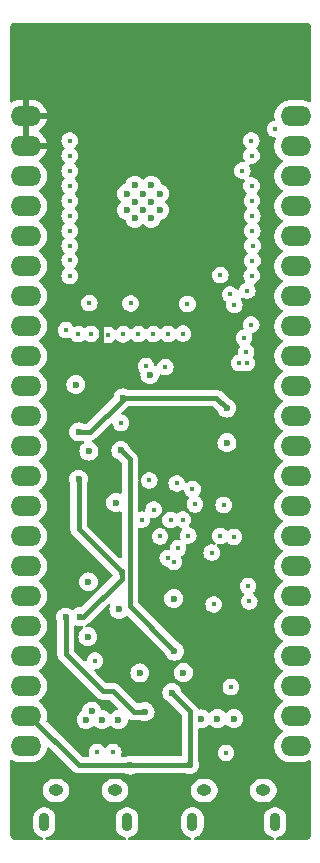
<source format=gbr>
%TF.GenerationSoftware,KiCad,Pcbnew,8.0.4*%
%TF.CreationDate,2024-10-28T14:32:02-07:00*%
%TF.ProjectId,aqp_controller,6171705f-636f-46e7-9472-6f6c6c65722e,rev0*%
%TF.SameCoordinates,Original*%
%TF.FileFunction,Copper,L3,Inr*%
%TF.FilePolarity,Positive*%
%FSLAX46Y46*%
G04 Gerber Fmt 4.6, Leading zero omitted, Abs format (unit mm)*
G04 Created by KiCad (PCBNEW 8.0.4) date 2024-10-28 14:32:02*
%MOMM*%
%LPD*%
G01*
G04 APERTURE LIST*
%TA.AperFunction,ComponentPad*%
%ADD10O,2.600000X1.700000*%
%TD*%
%TA.AperFunction,ComponentPad*%
%ADD11O,0.890000X1.550000*%
%TD*%
%TA.AperFunction,ComponentPad*%
%ADD12O,1.250000X0.950000*%
%TD*%
%TA.AperFunction,HeatsinkPad*%
%ADD13C,0.600000*%
%TD*%
%TA.AperFunction,ViaPad*%
%ADD14C,0.400000*%
%TD*%
%TA.AperFunction,ViaPad*%
%ADD15C,0.600000*%
%TD*%
%TA.AperFunction,Conductor*%
%ADD16C,0.400000*%
%TD*%
G04 APERTURE END LIST*
D10*
%TO.N,ESP_3V3*%
%TO.C,J1*%
X135089318Y-79497752D03*
X135089318Y-82037752D03*
%TO.N,CHIP_PU*%
X135089318Y-84577752D03*
%TO.N,GPIO4*%
X135089318Y-87117752D03*
%TO.N,GPIO5*%
X135089318Y-89657752D03*
%TO.N,GPIO6*%
X135089318Y-92197752D03*
%TO.N,GPIO7*%
X135089318Y-94737752D03*
%TO.N,GPIO15*%
X135089318Y-97277752D03*
%TO.N,GPIO16*%
X135089318Y-99817752D03*
%TO.N,GPIO17*%
X135089318Y-102357752D03*
%TO.N,GPIO18*%
X135089318Y-104897752D03*
%TO.N,GPIO8*%
X135089318Y-107437752D03*
%TO.N,GPIO3*%
X135089318Y-109977752D03*
%TO.N,GPIO46*%
X135089318Y-112517752D03*
%TO.N,GPIO9*%
X135089318Y-115057752D03*
%TO.N,GPIO10*%
X135089318Y-117597752D03*
%TO.N,GPIO11*%
X135089318Y-120137752D03*
%TO.N,GPIO12*%
X135089318Y-122677752D03*
%TO.N,GPIO13*%
X135089318Y-125217752D03*
%TO.N,GPIO14*%
X135089318Y-127757752D03*
%TO.N,VCC_5V*%
X135089318Y-130297752D03*
%TO.N,GND*%
X135089318Y-132837752D03*
%TD*%
%TO.N,GND*%
%TO.C,J3*%
X157930000Y-79510000D03*
%TO.N,U0TXD*%
X157930000Y-82050000D03*
%TO.N,U0RXD*%
X157930000Y-84590000D03*
%TO.N,GPIO1*%
X157930000Y-87130000D03*
%TO.N,GPIO2*%
X157930000Y-89670000D03*
%TO.N,GPIO42*%
X157930000Y-92210000D03*
%TO.N,GPIO41*%
X157930000Y-94750000D03*
%TO.N,GPIO40*%
X157930000Y-97290000D03*
%TO.N,GPIO39*%
X157930000Y-99830000D03*
%TO.N,GPIO38*%
X157930000Y-102370000D03*
%TO.N,GPIO37*%
X157930000Y-104910000D03*
%TO.N,GPIO36*%
X157930000Y-107450000D03*
%TO.N,GPIO35*%
X157930000Y-109990000D03*
%TO.N,GPIO0*%
X157930000Y-112530000D03*
%TO.N,GPIO45*%
X157930000Y-115070000D03*
%TO.N,GPIO48*%
X157930000Y-117610000D03*
%TO.N,GPIO47*%
X157930000Y-120150000D03*
%TO.N,GPIO21*%
X157930000Y-122690000D03*
%TO.N,GPIO20*%
X157930000Y-125230000D03*
%TO.N,GPIO19*%
X157930000Y-127770000D03*
%TO.N,GND*%
X157930000Y-130310000D03*
X157930000Y-132850000D03*
%TD*%
D11*
%TO.N,GND*%
%TO.C,J2*%
X136650000Y-139300000D03*
D12*
X137650000Y-136600000D03*
X142650000Y-136600000D03*
D11*
X143650000Y-139300000D03*
%TD*%
%TO.N,GND*%
%TO.C,J4*%
X149200000Y-139300000D03*
D12*
X150200000Y-136600000D03*
X155200000Y-136600000D03*
D11*
X156200000Y-139300000D03*
%TD*%
D13*
%TO.N,GND*%
%TO.C,U4*%
X143616938Y-86060000D03*
X143616938Y-87460000D03*
X144316938Y-85360000D03*
X144316938Y-86760000D03*
X144316938Y-88160000D03*
X145016938Y-86060000D03*
X145016938Y-87460000D03*
X145716938Y-85360000D03*
X145716938Y-86760000D03*
X145716938Y-88160000D03*
X146416938Y-86060000D03*
X146416938Y-87460000D03*
%TD*%
D14*
%TO.N,GND*%
X150822365Y-116469986D03*
X147980205Y-116090602D03*
X140470563Y-95339972D03*
X143148336Y-105487492D03*
X151834773Y-112424098D03*
X149402750Y-112370563D03*
X153566758Y-98283887D03*
X148777251Y-95411691D03*
X143959092Y-95365804D03*
D15*
%TO.N,VCC_3V3*%
X139691387Y-121888701D03*
X139551430Y-106248570D03*
X139551430Y-110241495D03*
X152099994Y-104230092D03*
X143200000Y-118100000D03*
X143300000Y-103359636D03*
%TO.N,GND*%
X141568551Y-130595448D03*
X144745024Y-126651657D03*
X140664454Y-129875356D03*
X142933142Y-130609232D03*
X140339178Y-123584204D03*
X152700000Y-130525676D03*
X142702844Y-112223310D03*
X140200000Y-130600000D03*
X148435543Y-126620378D03*
X140432543Y-107867456D03*
X151317216Y-130521082D03*
X140393754Y-118942355D03*
X152118017Y-107156872D03*
X147615354Y-120350000D03*
X142971747Y-121265640D03*
X139322549Y-102229383D03*
X145592495Y-101416824D03*
X149952625Y-130541758D03*
D14*
%TO.N,U0RXD*%
X153909320Y-119291942D03*
X153419431Y-84120000D03*
%TO.N,U0TXD*%
X154204266Y-82850000D03*
X154003791Y-120592733D03*
D15*
%TO.N,VBUS*%
X138457344Y-121922592D03*
X145182943Y-129936970D03*
D14*
%TO.N,USB_DP*%
X142484738Y-133352826D03*
X147615353Y-117238265D03*
%TO.N,USB_DN*%
X147105443Y-116922046D03*
X141133175Y-133345656D03*
%TO.N,RTS*%
X151569194Y-115045497D03*
X150990679Y-120850000D03*
%TO.N,GPIO11*%
X144627330Y-97961927D03*
%TO.N,GPIO14*%
X148403475Y-97925592D03*
%TO.N,GPIO17*%
X138802371Y-90480094D03*
%TO.N,GPIO3*%
X138491578Y-97632930D03*
D15*
%TO.N,ESP_3V3*%
X139336607Y-80304643D03*
X140803160Y-99165402D03*
D14*
%TO.N,GPIO4*%
X138802371Y-82845260D03*
%TO.N,GPIO12*%
X145887440Y-97971561D03*
%TO.N,GPIO5*%
X138802371Y-84143601D03*
%TO.N,GPIO16*%
X138802371Y-89201737D03*
D15*
%TO.N,VCC_5V*%
X148973300Y-134418648D03*
X143951892Y-134455270D03*
X147451214Y-128314326D03*
X147673776Y-124797630D03*
X143139808Y-107812559D03*
D14*
%TO.N,GPIO15*%
X138802371Y-87927014D03*
%TO.N,GPIO9*%
X142056532Y-98034597D03*
%TO.N,GPIO13*%
X147146708Y-97964349D03*
%TO.N,GPIO8*%
X138802371Y-93044075D03*
%TO.N,GPIO7*%
X138802371Y-86662558D03*
%TO.N,GPIO6*%
X138802371Y-85397157D03*
%TO.N,GPIO46*%
X140612245Y-97944741D03*
%TO.N,GPIO18*%
X138802371Y-91723538D03*
%TO.N,CHIP_PU*%
X145273864Y-100684945D03*
X146894786Y-100761081D03*
X138802371Y-81576776D03*
X148854028Y-115020254D03*
X139547393Y-97958293D03*
X148366666Y-113660289D03*
X152450000Y-127850000D03*
%TO.N,GPIO10*%
X143347872Y-97976461D03*
%TO.N,GPIO45*%
X154170932Y-97156291D03*
%TO.N,GPIO0*%
X151563603Y-92963603D03*
X149200000Y-111100000D03*
X140939178Y-125615649D03*
X146450711Y-115097155D03*
%TO.N,GPIO39*%
X154271246Y-89204738D03*
%TO.N,GPIO35*%
X153849762Y-94281518D03*
%TO.N,GPIO42*%
X154200000Y-85390000D03*
%TO.N,GPIO20*%
X152749052Y-95475350D03*
%TO.N,GPIO36*%
X154218009Y-93010000D03*
%TO.N,GPIO47*%
X153811373Y-100386257D03*
%TO.N,GPIO21*%
X153136374Y-100418365D03*
%TO.N,GPIO41*%
X154229067Y-86657291D03*
%TO.N,GPIO1*%
X156227489Y-80595676D03*
%TO.N,GPIO38*%
X154287203Y-90470000D03*
%TO.N,GPIO37*%
X154279936Y-91740000D03*
%TO.N,GPIO40*%
X154272669Y-87931437D03*
%TO.N,GPIO48*%
X153744730Y-99461073D03*
%TO.N,GPIO2*%
X154181988Y-81580000D03*
%TO.N,GPIO19*%
X152386896Y-94600174D03*
X152040126Y-133412480D03*
%TO.N,Net-(Q1-C)*%
X147866666Y-110600000D03*
X147342495Y-113709004D03*
%TO.N,Net-(Q2-B)*%
X145916825Y-112816826D03*
X152709478Y-115125828D03*
%TO.N,Net-(Q2-C)*%
X145543970Y-110351656D03*
X144931121Y-113672669D03*
%TD*%
D16*
%TO.N,VCC_3V3*%
X140551430Y-106248570D02*
X143300000Y-103500000D01*
X139691387Y-121888701D02*
X139968073Y-121888701D01*
X139551430Y-110241495D02*
X139551430Y-114451430D01*
X151229538Y-103359636D02*
X143300000Y-103359636D01*
X152099994Y-104230092D02*
X151229538Y-103359636D01*
X143300000Y-103500000D02*
X143300000Y-103359636D01*
X139551430Y-106248570D02*
X140551430Y-106248570D01*
X139968073Y-121888701D02*
X143200000Y-118656774D01*
X143200000Y-118656774D02*
X143200000Y-118100000D01*
X139551430Y-114451430D02*
X143200000Y-118100000D01*
%TO.N,VBUS*%
X144226427Y-129936970D02*
X145182943Y-129936970D01*
X138457344Y-121922592D02*
X138457344Y-125050827D01*
X138457344Y-125050827D02*
X141621090Y-128214573D01*
X141621090Y-128214573D02*
X142504030Y-128214573D01*
X142504030Y-128214573D02*
X144226427Y-129936970D01*
%TO.N,ESP_3V3*%
X139336607Y-80304643D02*
X141456532Y-82424568D01*
X141456532Y-98512030D02*
X140803160Y-99165402D01*
X141456532Y-82424568D02*
X141456532Y-98512030D01*
%TO.N,VCC_5V*%
X143900000Y-108572751D02*
X143900000Y-121023854D01*
X135397752Y-130297752D02*
X135089318Y-130297752D01*
X143139808Y-107812559D02*
X143900000Y-108572751D01*
X143951892Y-134455270D02*
X139555270Y-134455270D01*
X143900000Y-121023854D02*
X147673776Y-124797630D01*
X147451214Y-128314326D02*
X147451214Y-128351214D01*
X148973300Y-129873300D02*
X148973300Y-134418648D01*
X147451214Y-128351214D02*
X148973300Y-129873300D01*
X139555270Y-134455270D02*
X135397752Y-130297752D01*
X148973300Y-134418648D02*
X143988514Y-134418648D01*
X143988514Y-134418648D02*
X143951892Y-134455270D01*
%TD*%
%TA.AperFunction,Conductor*%
%TO.N,ESP_3V3*%
G36*
X159054610Y-71619685D02*
G01*
X159070983Y-71632248D01*
X159115942Y-71673120D01*
X159136846Y-71697833D01*
X159180316Y-71765475D01*
X159200000Y-71832514D01*
X159200000Y-78209760D01*
X159180315Y-78276799D01*
X159127511Y-78322554D01*
X159058353Y-78332498D01*
X159019705Y-78320245D01*
X158898414Y-78258444D01*
X158898413Y-78258443D01*
X158898412Y-78258443D01*
X158696243Y-78192754D01*
X158696241Y-78192753D01*
X158696240Y-78192753D01*
X158534957Y-78167208D01*
X158486287Y-78159500D01*
X157373713Y-78159500D01*
X157325042Y-78167208D01*
X157163760Y-78192753D01*
X157163757Y-78192754D01*
X156997865Y-78246656D01*
X156961585Y-78258444D01*
X156772179Y-78354951D01*
X156600213Y-78479890D01*
X156449890Y-78630213D01*
X156324951Y-78802179D01*
X156228444Y-78991585D01*
X156228443Y-78991587D01*
X156228443Y-78991588D01*
X156195598Y-79092672D01*
X156162753Y-79193760D01*
X156129500Y-79403713D01*
X156129500Y-79616286D01*
X156154675Y-79775235D01*
X156145720Y-79844529D01*
X156100724Y-79897981D01*
X156061878Y-79915030D01*
X155977261Y-79935886D01*
X155826639Y-80014939D01*
X155699305Y-80127748D01*
X155602671Y-80267744D01*
X155542349Y-80426801D01*
X155542348Y-80426806D01*
X155521844Y-80595676D01*
X155542348Y-80764545D01*
X155542349Y-80764550D01*
X155602671Y-80923607D01*
X155652668Y-80996039D01*
X155699306Y-81063605D01*
X155804994Y-81157236D01*
X155826639Y-81176412D01*
X155977262Y-81255465D01*
X155977264Y-81255466D01*
X156142433Y-81296176D01*
X156146042Y-81296176D01*
X156148586Y-81296923D01*
X156149878Y-81297080D01*
X156149851Y-81297294D01*
X156213081Y-81315861D01*
X156258836Y-81368665D01*
X156268780Y-81437823D01*
X156256526Y-81476472D01*
X156228444Y-81531583D01*
X156162753Y-81733760D01*
X156129500Y-81943713D01*
X156129500Y-82156286D01*
X156160795Y-82353878D01*
X156162754Y-82366243D01*
X156211845Y-82517330D01*
X156228444Y-82568414D01*
X156324951Y-82757820D01*
X156449890Y-82929786D01*
X156600213Y-83080109D01*
X156772182Y-83205050D01*
X156780946Y-83209516D01*
X156831742Y-83257491D01*
X156848536Y-83325312D01*
X156825998Y-83391447D01*
X156780946Y-83430484D01*
X156772182Y-83434949D01*
X156600213Y-83559890D01*
X156449890Y-83710213D01*
X156324951Y-83882179D01*
X156228444Y-84071585D01*
X156162753Y-84273760D01*
X156129500Y-84483713D01*
X156129500Y-84696286D01*
X156160654Y-84892989D01*
X156162754Y-84906243D01*
X156224463Y-85096164D01*
X156228444Y-85108414D01*
X156324951Y-85297820D01*
X156449890Y-85469786D01*
X156600213Y-85620109D01*
X156772182Y-85745050D01*
X156780946Y-85749516D01*
X156831742Y-85797491D01*
X156848536Y-85865312D01*
X156825998Y-85931447D01*
X156780946Y-85970484D01*
X156772182Y-85974949D01*
X156600213Y-86099890D01*
X156449890Y-86250213D01*
X156324951Y-86422179D01*
X156228444Y-86611585D01*
X156162753Y-86813760D01*
X156135596Y-86985222D01*
X156129500Y-87023713D01*
X156129500Y-87236287D01*
X156162754Y-87446243D01*
X156225467Y-87639254D01*
X156228444Y-87648414D01*
X156324951Y-87837820D01*
X156449890Y-88009786D01*
X156600213Y-88160109D01*
X156772182Y-88285050D01*
X156780946Y-88289516D01*
X156831742Y-88337491D01*
X156848536Y-88405312D01*
X156825998Y-88471447D01*
X156780946Y-88510484D01*
X156772182Y-88514949D01*
X156600213Y-88639890D01*
X156449890Y-88790213D01*
X156324951Y-88962179D01*
X156228444Y-89151585D01*
X156162753Y-89353760D01*
X156159609Y-89373612D01*
X156129500Y-89563713D01*
X156129500Y-89776287D01*
X156130955Y-89785472D01*
X156154994Y-89937252D01*
X156162754Y-89986243D01*
X156224463Y-90176164D01*
X156228444Y-90188414D01*
X156324951Y-90377820D01*
X156449890Y-90549786D01*
X156600213Y-90700109D01*
X156772182Y-90825050D01*
X156780946Y-90829516D01*
X156831742Y-90877491D01*
X156848536Y-90945312D01*
X156825998Y-91011447D01*
X156780946Y-91050484D01*
X156772182Y-91054949D01*
X156600213Y-91179890D01*
X156449890Y-91330213D01*
X156324951Y-91502179D01*
X156228444Y-91691585D01*
X156162753Y-91893760D01*
X156129500Y-92103713D01*
X156129500Y-92316286D01*
X156157844Y-92495246D01*
X156162754Y-92526243D01*
X156224463Y-92716164D01*
X156228444Y-92728414D01*
X156324951Y-92917820D01*
X156449890Y-93089786D01*
X156600213Y-93240109D01*
X156772182Y-93365050D01*
X156780946Y-93369516D01*
X156831742Y-93417491D01*
X156848536Y-93485312D01*
X156825998Y-93551447D01*
X156780946Y-93590484D01*
X156772182Y-93594949D01*
X156600213Y-93719890D01*
X156449890Y-93870213D01*
X156324951Y-94042179D01*
X156228444Y-94231585D01*
X156162753Y-94433760D01*
X156129500Y-94643713D01*
X156129500Y-94856286D01*
X156158260Y-95037874D01*
X156162754Y-95066243D01*
X156224463Y-95256164D01*
X156228444Y-95268414D01*
X156324951Y-95457820D01*
X156449890Y-95629786D01*
X156600213Y-95780109D01*
X156772182Y-95905050D01*
X156780946Y-95909516D01*
X156831742Y-95957491D01*
X156848536Y-96025312D01*
X156825998Y-96091447D01*
X156780946Y-96130484D01*
X156772182Y-96134949D01*
X156600213Y-96259890D01*
X156449890Y-96410213D01*
X156324951Y-96582179D01*
X156228444Y-96771585D01*
X156162753Y-96973760D01*
X156150331Y-97052193D01*
X156129500Y-97183713D01*
X156129500Y-97396287D01*
X156137092Y-97444221D01*
X156161394Y-97597660D01*
X156162754Y-97606243D01*
X156226295Y-97801802D01*
X156228444Y-97808414D01*
X156324951Y-97997820D01*
X156449890Y-98169786D01*
X156600213Y-98320109D01*
X156772182Y-98445050D01*
X156780946Y-98449516D01*
X156831742Y-98497491D01*
X156848536Y-98565312D01*
X156825998Y-98631447D01*
X156780946Y-98670484D01*
X156772182Y-98674949D01*
X156600213Y-98799890D01*
X156449890Y-98950213D01*
X156324951Y-99122179D01*
X156228444Y-99311585D01*
X156162753Y-99513760D01*
X156129500Y-99723713D01*
X156129500Y-99936286D01*
X156156096Y-100104211D01*
X156162754Y-100146243D01*
X156224463Y-100336164D01*
X156228444Y-100348414D01*
X156324951Y-100537820D01*
X156449890Y-100709786D01*
X156600213Y-100860109D01*
X156772182Y-100985050D01*
X156780946Y-100989516D01*
X156831742Y-101037491D01*
X156848536Y-101105312D01*
X156825998Y-101171447D01*
X156780946Y-101210484D01*
X156772182Y-101214949D01*
X156600213Y-101339890D01*
X156449890Y-101490213D01*
X156324951Y-101662179D01*
X156228444Y-101851585D01*
X156162753Y-102053760D01*
X156129500Y-102263713D01*
X156129500Y-102476286D01*
X156162724Y-102686057D01*
X156162754Y-102686243D01*
X156224463Y-102876164D01*
X156228444Y-102888414D01*
X156324951Y-103077820D01*
X156449890Y-103249786D01*
X156600213Y-103400109D01*
X156772182Y-103525050D01*
X156780946Y-103529516D01*
X156831742Y-103577491D01*
X156848536Y-103645312D01*
X156825998Y-103711447D01*
X156780946Y-103750484D01*
X156772182Y-103754949D01*
X156600213Y-103879890D01*
X156449890Y-104030213D01*
X156324951Y-104202179D01*
X156228444Y-104391585D01*
X156162753Y-104593760D01*
X156129500Y-104803713D01*
X156129500Y-105016286D01*
X156152192Y-105159562D01*
X156162754Y-105226243D01*
X156224463Y-105416164D01*
X156228444Y-105428414D01*
X156324951Y-105617820D01*
X156449890Y-105789786D01*
X156600213Y-105940109D01*
X156772182Y-106065050D01*
X156780946Y-106069516D01*
X156831742Y-106117491D01*
X156848536Y-106185312D01*
X156825998Y-106251447D01*
X156780946Y-106290484D01*
X156772182Y-106294949D01*
X156600213Y-106419890D01*
X156449890Y-106570213D01*
X156324951Y-106742179D01*
X156228444Y-106931585D01*
X156162753Y-107133760D01*
X156129500Y-107343713D01*
X156129500Y-107556287D01*
X156162754Y-107766243D01*
X156224463Y-107956164D01*
X156228444Y-107968414D01*
X156324951Y-108157820D01*
X156449890Y-108329786D01*
X156600213Y-108480109D01*
X156772182Y-108605050D01*
X156780946Y-108609516D01*
X156831742Y-108657491D01*
X156848536Y-108725312D01*
X156825998Y-108791447D01*
X156780946Y-108830484D01*
X156772182Y-108834949D01*
X156600213Y-108959890D01*
X156449890Y-109110213D01*
X156324951Y-109282179D01*
X156228444Y-109471585D01*
X156162753Y-109673760D01*
X156129500Y-109883713D01*
X156129500Y-110096286D01*
X156158707Y-110280695D01*
X156162754Y-110306243D01*
X156224463Y-110496164D01*
X156228444Y-110508414D01*
X156324951Y-110697820D01*
X156449890Y-110869786D01*
X156600213Y-111020109D01*
X156772182Y-111145050D01*
X156780946Y-111149516D01*
X156831742Y-111197491D01*
X156848536Y-111265312D01*
X156825998Y-111331447D01*
X156780946Y-111370484D01*
X156772182Y-111374949D01*
X156600213Y-111499890D01*
X156449890Y-111650213D01*
X156324951Y-111822179D01*
X156228444Y-112011585D01*
X156162753Y-112213760D01*
X156131440Y-112411465D01*
X156129500Y-112423713D01*
X156129500Y-112636287D01*
X156131348Y-112647954D01*
X156158094Y-112816826D01*
X156162754Y-112846243D01*
X156224463Y-113036164D01*
X156228444Y-113048414D01*
X156324951Y-113237820D01*
X156449890Y-113409786D01*
X156600213Y-113560109D01*
X156772182Y-113685050D01*
X156780946Y-113689516D01*
X156831742Y-113737491D01*
X156848536Y-113805312D01*
X156825998Y-113871447D01*
X156780946Y-113910484D01*
X156772182Y-113914949D01*
X156600213Y-114039890D01*
X156449890Y-114190213D01*
X156324951Y-114362179D01*
X156228444Y-114551585D01*
X156162753Y-114753760D01*
X156129500Y-114963713D01*
X156129500Y-115176286D01*
X156143713Y-115266027D01*
X156162754Y-115386243D01*
X156224463Y-115576164D01*
X156228444Y-115588414D01*
X156324951Y-115777820D01*
X156449890Y-115949786D01*
X156600213Y-116100109D01*
X156772182Y-116225050D01*
X156780946Y-116229516D01*
X156831742Y-116277491D01*
X156848536Y-116345312D01*
X156825998Y-116411447D01*
X156780946Y-116450484D01*
X156772182Y-116454949D01*
X156600213Y-116579890D01*
X156449890Y-116730213D01*
X156324951Y-116902179D01*
X156228444Y-117091585D01*
X156228443Y-117091587D01*
X156228443Y-117091588D01*
X156216035Y-117129775D01*
X156162753Y-117293760D01*
X156144796Y-117407137D01*
X156129500Y-117503713D01*
X156129500Y-117716287D01*
X156162754Y-117926243D01*
X156224463Y-118116164D01*
X156228444Y-118128414D01*
X156324951Y-118317820D01*
X156449890Y-118489786D01*
X156600213Y-118640109D01*
X156772182Y-118765050D01*
X156780946Y-118769516D01*
X156831742Y-118817491D01*
X156848536Y-118885312D01*
X156825998Y-118951447D01*
X156780946Y-118990484D01*
X156772182Y-118994949D01*
X156600213Y-119119890D01*
X156449890Y-119270213D01*
X156324951Y-119442179D01*
X156228444Y-119631585D01*
X156162753Y-119833760D01*
X156138203Y-119988762D01*
X156129500Y-120043713D01*
X156129500Y-120256287D01*
X156130849Y-120264803D01*
X156156041Y-120423863D01*
X156162754Y-120466243D01*
X156224463Y-120656164D01*
X156228444Y-120668414D01*
X156324951Y-120857820D01*
X156449890Y-121029786D01*
X156600213Y-121180109D01*
X156772182Y-121305050D01*
X156780946Y-121309516D01*
X156831742Y-121357491D01*
X156848536Y-121425312D01*
X156825998Y-121491447D01*
X156780946Y-121530484D01*
X156772182Y-121534949D01*
X156600213Y-121659890D01*
X156449890Y-121810213D01*
X156324951Y-121982179D01*
X156228444Y-122171585D01*
X156162753Y-122373760D01*
X156131440Y-122571465D01*
X156129500Y-122583713D01*
X156129500Y-122796287D01*
X156129904Y-122798835D01*
X156154540Y-122954386D01*
X156162754Y-123006243D01*
X156224463Y-123196164D01*
X156228444Y-123208414D01*
X156324951Y-123397820D01*
X156449890Y-123569786D01*
X156600213Y-123720109D01*
X156772182Y-123845050D01*
X156780946Y-123849516D01*
X156831742Y-123897491D01*
X156848536Y-123965312D01*
X156825998Y-124031447D01*
X156780946Y-124070484D01*
X156772182Y-124074949D01*
X156600213Y-124199890D01*
X156449890Y-124350213D01*
X156324951Y-124522179D01*
X156228444Y-124711585D01*
X156162753Y-124913760D01*
X156129500Y-125123713D01*
X156129500Y-125336286D01*
X156155013Y-125497372D01*
X156162754Y-125546243D01*
X156224463Y-125736164D01*
X156228444Y-125748414D01*
X156324951Y-125937820D01*
X156449890Y-126109786D01*
X156600213Y-126260109D01*
X156772182Y-126385050D01*
X156780946Y-126389516D01*
X156831742Y-126437491D01*
X156848536Y-126505312D01*
X156825998Y-126571447D01*
X156780946Y-126610484D01*
X156772182Y-126614949D01*
X156600213Y-126739890D01*
X156449890Y-126890213D01*
X156324951Y-127062179D01*
X156228444Y-127251585D01*
X156162753Y-127453760D01*
X156131440Y-127651465D01*
X156129500Y-127663713D01*
X156129500Y-127876287D01*
X156162754Y-128086243D01*
X156224463Y-128276164D01*
X156228444Y-128288414D01*
X156324951Y-128477820D01*
X156449890Y-128649786D01*
X156600213Y-128800109D01*
X156772182Y-128925050D01*
X156780946Y-128929516D01*
X156831742Y-128977491D01*
X156848536Y-129045312D01*
X156825998Y-129111447D01*
X156780946Y-129150484D01*
X156772182Y-129154949D01*
X156600213Y-129279890D01*
X156449890Y-129430213D01*
X156324951Y-129602179D01*
X156228444Y-129791585D01*
X156228443Y-129791587D01*
X156228443Y-129791588D01*
X156217956Y-129823863D01*
X156162753Y-129993760D01*
X156129500Y-130203713D01*
X156129500Y-130416286D01*
X156160812Y-130613987D01*
X156162754Y-130626243D01*
X156224463Y-130816164D01*
X156228444Y-130828414D01*
X156324951Y-131017820D01*
X156449890Y-131189786D01*
X156600213Y-131340109D01*
X156772182Y-131465050D01*
X156780946Y-131469516D01*
X156831742Y-131517491D01*
X156848536Y-131585312D01*
X156825998Y-131651447D01*
X156780946Y-131690484D01*
X156772182Y-131694949D01*
X156600213Y-131819890D01*
X156449890Y-131970213D01*
X156324951Y-132142179D01*
X156228444Y-132331585D01*
X156162753Y-132533760D01*
X156129500Y-132743713D01*
X156129500Y-132956286D01*
X156143266Y-133043205D01*
X156162754Y-133166243D01*
X156224463Y-133356164D01*
X156228444Y-133368414D01*
X156324951Y-133557820D01*
X156449890Y-133729786D01*
X156600213Y-133880109D01*
X156772179Y-134005048D01*
X156772181Y-134005049D01*
X156772184Y-134005051D01*
X156961588Y-134101557D01*
X157163757Y-134167246D01*
X157373713Y-134200500D01*
X157373714Y-134200500D01*
X158486286Y-134200500D01*
X158486287Y-134200500D01*
X158696243Y-134167246D01*
X158898412Y-134101557D01*
X159019705Y-134039754D01*
X159088374Y-134026859D01*
X159153115Y-134053135D01*
X159193372Y-134110242D01*
X159200000Y-134150240D01*
X159200000Y-140467485D01*
X159180317Y-140534522D01*
X159136849Y-140602163D01*
X159115943Y-140626879D01*
X159038136Y-140697612D01*
X159011547Y-140716074D01*
X158918091Y-140764256D01*
X158887629Y-140775207D01*
X158782872Y-140797997D01*
X158754658Y-140800817D01*
X158700009Y-140800000D01*
X158700000Y-140800000D01*
X156423480Y-140800000D01*
X156356441Y-140780315D01*
X156310686Y-140727511D01*
X156300742Y-140658353D01*
X156329767Y-140594797D01*
X156388545Y-140557023D01*
X156399289Y-140554383D01*
X156437017Y-140546877D01*
X156475792Y-140539165D01*
X156647862Y-140467891D01*
X156647863Y-140467890D01*
X156647864Y-140467890D01*
X156724772Y-140416501D01*
X156802721Y-140364418D01*
X156934418Y-140232721D01*
X157037891Y-140077862D01*
X157109165Y-139905792D01*
X157145500Y-139723124D01*
X157145500Y-138876876D01*
X157145500Y-138876873D01*
X157145499Y-138876871D01*
X157109166Y-138694215D01*
X157109165Y-138694208D01*
X157037891Y-138522138D01*
X157037890Y-138522136D01*
X157037890Y-138522135D01*
X156934421Y-138367283D01*
X156934415Y-138367275D01*
X156802724Y-138235584D01*
X156802716Y-138235578D01*
X156647864Y-138132109D01*
X156475792Y-138060835D01*
X156475784Y-138060833D01*
X156293127Y-138024500D01*
X156293124Y-138024500D01*
X156106876Y-138024500D01*
X156106873Y-138024500D01*
X155924215Y-138060833D01*
X155924207Y-138060835D01*
X155752136Y-138132109D01*
X155752135Y-138132109D01*
X155597283Y-138235578D01*
X155597275Y-138235584D01*
X155465584Y-138367275D01*
X155465578Y-138367283D01*
X155362109Y-138522135D01*
X155362109Y-138522136D01*
X155290835Y-138694207D01*
X155290833Y-138694215D01*
X155254500Y-138876871D01*
X155254500Y-139723128D01*
X155290833Y-139905784D01*
X155290835Y-139905792D01*
X155362109Y-140077863D01*
X155362109Y-140077864D01*
X155465578Y-140232716D01*
X155465584Y-140232724D01*
X155597275Y-140364415D01*
X155597283Y-140364421D01*
X155752135Y-140467890D01*
X155792260Y-140484510D01*
X155924208Y-140539165D01*
X155955228Y-140545335D01*
X156000711Y-140554383D01*
X156062622Y-140586768D01*
X156097196Y-140647484D01*
X156093457Y-140717253D01*
X156052590Y-140773925D01*
X155987572Y-140799506D01*
X155976520Y-140800000D01*
X149423480Y-140800000D01*
X149356441Y-140780315D01*
X149310686Y-140727511D01*
X149300742Y-140658353D01*
X149329767Y-140594797D01*
X149388545Y-140557023D01*
X149399289Y-140554383D01*
X149437017Y-140546877D01*
X149475792Y-140539165D01*
X149647862Y-140467891D01*
X149647863Y-140467890D01*
X149647864Y-140467890D01*
X149724772Y-140416501D01*
X149802721Y-140364418D01*
X149934418Y-140232721D01*
X150037891Y-140077862D01*
X150109165Y-139905792D01*
X150145500Y-139723124D01*
X150145500Y-138876876D01*
X150145500Y-138876873D01*
X150145499Y-138876871D01*
X150109166Y-138694215D01*
X150109165Y-138694208D01*
X150037891Y-138522138D01*
X150037890Y-138522136D01*
X150037890Y-138522135D01*
X149934421Y-138367283D01*
X149934415Y-138367275D01*
X149802724Y-138235584D01*
X149802716Y-138235578D01*
X149647864Y-138132109D01*
X149475792Y-138060835D01*
X149475784Y-138060833D01*
X149293127Y-138024500D01*
X149293124Y-138024500D01*
X149106876Y-138024500D01*
X149106873Y-138024500D01*
X148924215Y-138060833D01*
X148924207Y-138060835D01*
X148752136Y-138132109D01*
X148752135Y-138132109D01*
X148597283Y-138235578D01*
X148597275Y-138235584D01*
X148465584Y-138367275D01*
X148465578Y-138367283D01*
X148362109Y-138522135D01*
X148362109Y-138522136D01*
X148290835Y-138694207D01*
X148290833Y-138694215D01*
X148254500Y-138876871D01*
X148254500Y-139723128D01*
X148290833Y-139905784D01*
X148290835Y-139905792D01*
X148362109Y-140077863D01*
X148362109Y-140077864D01*
X148465578Y-140232716D01*
X148465584Y-140232724D01*
X148597275Y-140364415D01*
X148597283Y-140364421D01*
X148752135Y-140467890D01*
X148792260Y-140484510D01*
X148924208Y-140539165D01*
X148955228Y-140545335D01*
X149000711Y-140554383D01*
X149062622Y-140586768D01*
X149097196Y-140647484D01*
X149093457Y-140717253D01*
X149052590Y-140773925D01*
X148987572Y-140799506D01*
X148976520Y-140800000D01*
X143873480Y-140800000D01*
X143806441Y-140780315D01*
X143760686Y-140727511D01*
X143750742Y-140658353D01*
X143779767Y-140594797D01*
X143838545Y-140557023D01*
X143849289Y-140554383D01*
X143887017Y-140546877D01*
X143925792Y-140539165D01*
X144097862Y-140467891D01*
X144097863Y-140467890D01*
X144097864Y-140467890D01*
X144174772Y-140416501D01*
X144252721Y-140364418D01*
X144384418Y-140232721D01*
X144487891Y-140077862D01*
X144559165Y-139905792D01*
X144595500Y-139723124D01*
X144595500Y-138876876D01*
X144595500Y-138876873D01*
X144595499Y-138876871D01*
X144559166Y-138694215D01*
X144559165Y-138694208D01*
X144487891Y-138522138D01*
X144487890Y-138522136D01*
X144487890Y-138522135D01*
X144384421Y-138367283D01*
X144384415Y-138367275D01*
X144252724Y-138235584D01*
X144252716Y-138235578D01*
X144097864Y-138132109D01*
X143925792Y-138060835D01*
X143925784Y-138060833D01*
X143743127Y-138024500D01*
X143743124Y-138024500D01*
X143556876Y-138024500D01*
X143556873Y-138024500D01*
X143374215Y-138060833D01*
X143374207Y-138060835D01*
X143202136Y-138132109D01*
X143202135Y-138132109D01*
X143047283Y-138235578D01*
X143047275Y-138235584D01*
X142915584Y-138367275D01*
X142915578Y-138367283D01*
X142812109Y-138522135D01*
X142812109Y-138522136D01*
X142740835Y-138694207D01*
X142740833Y-138694215D01*
X142704500Y-138876871D01*
X142704500Y-139723128D01*
X142740833Y-139905784D01*
X142740835Y-139905792D01*
X142812109Y-140077863D01*
X142812109Y-140077864D01*
X142915578Y-140232716D01*
X142915584Y-140232724D01*
X143047275Y-140364415D01*
X143047283Y-140364421D01*
X143202135Y-140467890D01*
X143242260Y-140484510D01*
X143374208Y-140539165D01*
X143405228Y-140545335D01*
X143450711Y-140554383D01*
X143512622Y-140586768D01*
X143547196Y-140647484D01*
X143543457Y-140717253D01*
X143502590Y-140773925D01*
X143437572Y-140799506D01*
X143426520Y-140800000D01*
X136873480Y-140800000D01*
X136806441Y-140780315D01*
X136760686Y-140727511D01*
X136750742Y-140658353D01*
X136779767Y-140594797D01*
X136838545Y-140557023D01*
X136849289Y-140554383D01*
X136887017Y-140546877D01*
X136925792Y-140539165D01*
X137097862Y-140467891D01*
X137097863Y-140467890D01*
X137097864Y-140467890D01*
X137174772Y-140416501D01*
X137252721Y-140364418D01*
X137384418Y-140232721D01*
X137487891Y-140077862D01*
X137559165Y-139905792D01*
X137595500Y-139723124D01*
X137595500Y-138876876D01*
X137595500Y-138876873D01*
X137595499Y-138876871D01*
X137559166Y-138694215D01*
X137559165Y-138694208D01*
X137487891Y-138522138D01*
X137487890Y-138522136D01*
X137487890Y-138522135D01*
X137384421Y-138367283D01*
X137384415Y-138367275D01*
X137252724Y-138235584D01*
X137252716Y-138235578D01*
X137097864Y-138132109D01*
X136925792Y-138060835D01*
X136925784Y-138060833D01*
X136743127Y-138024500D01*
X136743124Y-138024500D01*
X136556876Y-138024500D01*
X136556873Y-138024500D01*
X136374215Y-138060833D01*
X136374207Y-138060835D01*
X136202136Y-138132109D01*
X136202135Y-138132109D01*
X136047283Y-138235578D01*
X136047275Y-138235584D01*
X135915584Y-138367275D01*
X135915578Y-138367283D01*
X135812109Y-138522135D01*
X135812109Y-138522136D01*
X135740835Y-138694207D01*
X135740833Y-138694215D01*
X135704500Y-138876871D01*
X135704500Y-139723128D01*
X135740833Y-139905784D01*
X135740835Y-139905792D01*
X135812109Y-140077863D01*
X135812109Y-140077864D01*
X135915578Y-140232716D01*
X135915584Y-140232724D01*
X136047275Y-140364415D01*
X136047283Y-140364421D01*
X136202135Y-140467890D01*
X136242260Y-140484510D01*
X136374208Y-140539165D01*
X136405228Y-140545335D01*
X136450711Y-140554383D01*
X136512622Y-140586768D01*
X136547196Y-140647484D01*
X136543457Y-140717253D01*
X136502590Y-140773925D01*
X136437572Y-140799506D01*
X136426520Y-140800000D01*
X134299991Y-140800000D01*
X134245508Y-140800975D01*
X134216929Y-140798161D01*
X134134899Y-140780315D01*
X134112303Y-140775399D01*
X134081842Y-140764448D01*
X133988334Y-140716239D01*
X133961745Y-140697777D01*
X133883900Y-140627009D01*
X133862996Y-140602296D01*
X133806120Y-140513792D01*
X133792325Y-140484510D01*
X133759724Y-140382519D01*
X133754207Y-140354337D01*
X133750370Y-140304778D01*
X133750000Y-140295206D01*
X133750000Y-136503917D01*
X136524500Y-136503917D01*
X136524500Y-136696082D01*
X136561986Y-136884535D01*
X136561989Y-136884547D01*
X136635520Y-137062068D01*
X136635521Y-137062070D01*
X136742279Y-137221844D01*
X136742282Y-137221848D01*
X136878151Y-137357717D01*
X136878155Y-137357720D01*
X137037927Y-137464477D01*
X137037928Y-137464477D01*
X137037929Y-137464478D01*
X137037931Y-137464479D01*
X137215452Y-137538010D01*
X137215457Y-137538012D01*
X137403917Y-137575499D01*
X137403920Y-137575500D01*
X137403922Y-137575500D01*
X137896080Y-137575500D01*
X137896081Y-137575499D01*
X138084543Y-137538012D01*
X138262073Y-137464477D01*
X138421845Y-137357720D01*
X138557720Y-137221845D01*
X138664477Y-137062073D01*
X138738012Y-136884543D01*
X138775500Y-136696078D01*
X138775500Y-136503922D01*
X138775500Y-136503919D01*
X138775499Y-136503917D01*
X141524500Y-136503917D01*
X141524500Y-136696082D01*
X141561986Y-136884535D01*
X141561989Y-136884547D01*
X141635520Y-137062068D01*
X141635521Y-137062070D01*
X141742279Y-137221844D01*
X141742282Y-137221848D01*
X141878151Y-137357717D01*
X141878155Y-137357720D01*
X142037927Y-137464477D01*
X142037928Y-137464477D01*
X142037929Y-137464478D01*
X142037931Y-137464479D01*
X142215452Y-137538010D01*
X142215457Y-137538012D01*
X142403917Y-137575499D01*
X142403920Y-137575500D01*
X142403922Y-137575500D01*
X142896080Y-137575500D01*
X142896081Y-137575499D01*
X143084543Y-137538012D01*
X143262073Y-137464477D01*
X143421845Y-137357720D01*
X143557720Y-137221845D01*
X143664477Y-137062073D01*
X143738012Y-136884543D01*
X143775500Y-136696078D01*
X143775500Y-136503922D01*
X143775500Y-136503919D01*
X143775499Y-136503917D01*
X149074500Y-136503917D01*
X149074500Y-136696082D01*
X149111986Y-136884535D01*
X149111989Y-136884547D01*
X149185520Y-137062068D01*
X149185521Y-137062070D01*
X149292279Y-137221844D01*
X149292282Y-137221848D01*
X149428151Y-137357717D01*
X149428155Y-137357720D01*
X149587927Y-137464477D01*
X149587928Y-137464477D01*
X149587929Y-137464478D01*
X149587931Y-137464479D01*
X149765452Y-137538010D01*
X149765457Y-137538012D01*
X149953917Y-137575499D01*
X149953920Y-137575500D01*
X149953922Y-137575500D01*
X150446080Y-137575500D01*
X150446081Y-137575499D01*
X150634543Y-137538012D01*
X150812073Y-137464477D01*
X150971845Y-137357720D01*
X151107720Y-137221845D01*
X151214477Y-137062073D01*
X151288012Y-136884543D01*
X151325500Y-136696078D01*
X151325500Y-136503922D01*
X151325500Y-136503919D01*
X151325499Y-136503917D01*
X154074500Y-136503917D01*
X154074500Y-136696082D01*
X154111986Y-136884535D01*
X154111989Y-136884547D01*
X154185520Y-137062068D01*
X154185521Y-137062070D01*
X154292279Y-137221844D01*
X154292282Y-137221848D01*
X154428151Y-137357717D01*
X154428155Y-137357720D01*
X154587927Y-137464477D01*
X154587928Y-137464477D01*
X154587929Y-137464478D01*
X154587931Y-137464479D01*
X154765452Y-137538010D01*
X154765457Y-137538012D01*
X154953917Y-137575499D01*
X154953920Y-137575500D01*
X154953922Y-137575500D01*
X155446080Y-137575500D01*
X155446081Y-137575499D01*
X155634543Y-137538012D01*
X155812073Y-137464477D01*
X155971845Y-137357720D01*
X156107720Y-137221845D01*
X156214477Y-137062073D01*
X156288012Y-136884543D01*
X156325500Y-136696078D01*
X156325500Y-136503922D01*
X156325500Y-136503919D01*
X156325499Y-136503917D01*
X156288013Y-136315464D01*
X156288012Y-136315457D01*
X156214477Y-136137927D01*
X156107720Y-135978155D01*
X156107717Y-135978151D01*
X155971848Y-135842282D01*
X155971844Y-135842279D01*
X155812070Y-135735521D01*
X155812068Y-135735520D01*
X155634547Y-135661989D01*
X155634535Y-135661986D01*
X155446081Y-135624500D01*
X155446078Y-135624500D01*
X154953922Y-135624500D01*
X154953919Y-135624500D01*
X154765464Y-135661986D01*
X154765452Y-135661989D01*
X154587931Y-135735520D01*
X154587929Y-135735521D01*
X154428155Y-135842279D01*
X154428151Y-135842282D01*
X154292282Y-135978151D01*
X154292279Y-135978155D01*
X154185521Y-136137929D01*
X154185520Y-136137931D01*
X154111989Y-136315452D01*
X154111986Y-136315464D01*
X154074500Y-136503917D01*
X151325499Y-136503917D01*
X151288013Y-136315464D01*
X151288012Y-136315457D01*
X151214477Y-136137927D01*
X151107720Y-135978155D01*
X151107717Y-135978151D01*
X150971848Y-135842282D01*
X150971844Y-135842279D01*
X150812070Y-135735521D01*
X150812068Y-135735520D01*
X150634547Y-135661989D01*
X150634535Y-135661986D01*
X150446081Y-135624500D01*
X150446078Y-135624500D01*
X149953922Y-135624500D01*
X149953919Y-135624500D01*
X149765464Y-135661986D01*
X149765452Y-135661989D01*
X149587931Y-135735520D01*
X149587929Y-135735521D01*
X149428155Y-135842279D01*
X149428151Y-135842282D01*
X149292282Y-135978151D01*
X149292279Y-135978155D01*
X149185521Y-136137929D01*
X149185520Y-136137931D01*
X149111989Y-136315452D01*
X149111986Y-136315464D01*
X149074500Y-136503917D01*
X143775499Y-136503917D01*
X143738013Y-136315464D01*
X143738012Y-136315457D01*
X143664477Y-136137927D01*
X143557720Y-135978155D01*
X143557717Y-135978151D01*
X143421848Y-135842282D01*
X143421844Y-135842279D01*
X143262070Y-135735521D01*
X143262068Y-135735520D01*
X143084547Y-135661989D01*
X143084535Y-135661986D01*
X142896081Y-135624500D01*
X142896078Y-135624500D01*
X142403922Y-135624500D01*
X142403919Y-135624500D01*
X142215464Y-135661986D01*
X142215452Y-135661989D01*
X142037931Y-135735520D01*
X142037929Y-135735521D01*
X141878155Y-135842279D01*
X141878151Y-135842282D01*
X141742282Y-135978151D01*
X141742279Y-135978155D01*
X141635521Y-136137929D01*
X141635520Y-136137931D01*
X141561989Y-136315452D01*
X141561986Y-136315464D01*
X141524500Y-136503917D01*
X138775499Y-136503917D01*
X138738013Y-136315464D01*
X138738012Y-136315457D01*
X138664477Y-136137927D01*
X138557720Y-135978155D01*
X138557717Y-135978151D01*
X138421848Y-135842282D01*
X138421844Y-135842279D01*
X138262070Y-135735521D01*
X138262068Y-135735520D01*
X138084547Y-135661989D01*
X138084535Y-135661986D01*
X137896081Y-135624500D01*
X137896078Y-135624500D01*
X137403922Y-135624500D01*
X137403919Y-135624500D01*
X137215464Y-135661986D01*
X137215452Y-135661989D01*
X137037931Y-135735520D01*
X137037929Y-135735521D01*
X136878155Y-135842279D01*
X136878151Y-135842282D01*
X136742282Y-135978151D01*
X136742279Y-135978155D01*
X136635521Y-136137929D01*
X136635520Y-136137931D01*
X136561989Y-136315452D01*
X136561986Y-136315464D01*
X136524500Y-136503917D01*
X133750000Y-136503917D01*
X133750000Y-134102672D01*
X133769685Y-134035633D01*
X133822489Y-133989878D01*
X133891647Y-133979934D01*
X133930295Y-133992187D01*
X133931497Y-133992799D01*
X133931502Y-133992803D01*
X134120906Y-134089309D01*
X134323075Y-134154998D01*
X134533031Y-134188252D01*
X134533032Y-134188252D01*
X135645604Y-134188252D01*
X135645605Y-134188252D01*
X135855561Y-134154998D01*
X136057730Y-134089309D01*
X136247134Y-133992803D01*
X136269107Y-133976838D01*
X136419104Y-133867861D01*
X136419106Y-133867858D01*
X136419110Y-133867856D01*
X136569422Y-133717544D01*
X136569424Y-133717540D01*
X136569427Y-133717538D01*
X136694366Y-133545572D01*
X136694365Y-133545572D01*
X136694369Y-133545568D01*
X136790875Y-133356164D01*
X136856564Y-133153995D01*
X136874111Y-133043203D01*
X136904040Y-132980070D01*
X136963351Y-132943138D01*
X137033213Y-132944136D01*
X137084265Y-132974921D01*
X139011156Y-134901812D01*
X139108728Y-134999384D01*
X139108729Y-134999385D01*
X139223452Y-135076041D01*
X139223459Y-135076045D01*
X139295221Y-135105769D01*
X139295223Y-135105771D01*
X139350936Y-135128848D01*
X139350941Y-135128850D01*
X139350950Y-135128851D01*
X139350951Y-135128852D01*
X139377815Y-135134195D01*
X139377821Y-135134196D01*
X139377861Y-135134204D01*
X139468207Y-135152175D01*
X139486276Y-135155770D01*
X139486277Y-135155770D01*
X143526398Y-135155770D01*
X143592369Y-135174776D01*
X143602366Y-135181057D01*
X143602367Y-135181057D01*
X143602370Y-135181059D01*
X143772631Y-135240636D01*
X143772637Y-135240638D01*
X143772642Y-135240639D01*
X143951888Y-135260835D01*
X143951892Y-135260835D01*
X143951896Y-135260835D01*
X144131141Y-135240639D01*
X144131143Y-135240638D01*
X144131147Y-135240638D01*
X144131150Y-135240636D01*
X144131154Y-135240636D01*
X144235804Y-135204017D01*
X144301414Y-135181059D01*
X144369697Y-135138153D01*
X144435669Y-135119148D01*
X148547806Y-135119148D01*
X148613777Y-135138154D01*
X148623774Y-135144435D01*
X148623775Y-135144435D01*
X148623778Y-135144437D01*
X148728438Y-135181059D01*
X148794045Y-135204016D01*
X148794050Y-135204017D01*
X148973296Y-135224213D01*
X148973300Y-135224213D01*
X148973304Y-135224213D01*
X149152549Y-135204017D01*
X149152552Y-135204016D01*
X149152555Y-135204016D01*
X149322822Y-135144437D01*
X149475562Y-135048464D01*
X149603116Y-134920910D01*
X149699089Y-134768170D01*
X149758668Y-134597903D01*
X149778865Y-134418648D01*
X149758668Y-134239393D01*
X149758667Y-134239391D01*
X149758666Y-134239385D01*
X149699090Y-134069127D01*
X149692806Y-134059126D01*
X149673800Y-133993155D01*
X149673800Y-133412480D01*
X151334481Y-133412480D01*
X151354985Y-133581349D01*
X151354986Y-133581354D01*
X151415308Y-133740411D01*
X151477601Y-133830657D01*
X151511943Y-133880409D01*
X151617631Y-133974040D01*
X151639276Y-133993216D01*
X151789899Y-134072269D01*
X151789901Y-134072270D01*
X151955070Y-134112980D01*
X152125182Y-134112980D01*
X152290351Y-134072270D01*
X152373027Y-134028878D01*
X152440975Y-133993216D01*
X152440976Y-133993214D01*
X152440978Y-133993214D01*
X152568309Y-133880409D01*
X152664944Y-133740410D01*
X152725266Y-133581352D01*
X152745771Y-133412480D01*
X152725266Y-133243608D01*
X152664944Y-133084550D01*
X152568309Y-132944551D01*
X152440978Y-132831746D01*
X152440975Y-132831743D01*
X152290352Y-132752690D01*
X152125182Y-132711980D01*
X151955070Y-132711980D01*
X151789899Y-132752690D01*
X151639276Y-132831743D01*
X151522764Y-132934964D01*
X151512412Y-132944136D01*
X151511942Y-132944552D01*
X151415308Y-133084548D01*
X151354986Y-133243605D01*
X151354985Y-133243610D01*
X151334481Y-133412480D01*
X149673800Y-133412480D01*
X149673800Y-131454663D01*
X149693485Y-131387624D01*
X149746289Y-131341869D01*
X149811684Y-131331443D01*
X149952622Y-131347323D01*
X149952625Y-131347323D01*
X149952629Y-131347323D01*
X150131874Y-131327127D01*
X150131877Y-131327126D01*
X150131880Y-131327126D01*
X150302147Y-131267547D01*
X150454887Y-131171574D01*
X150557580Y-131068880D01*
X150618899Y-131035398D01*
X150688591Y-131040382D01*
X150732939Y-131068883D01*
X150814954Y-131150898D01*
X150905296Y-131207664D01*
X150955243Y-131239048D01*
X150967694Y-131246871D01*
X151026780Y-131267546D01*
X151137961Y-131306450D01*
X151137966Y-131306451D01*
X151317212Y-131326647D01*
X151317216Y-131326647D01*
X151317220Y-131326647D01*
X151496465Y-131306451D01*
X151496468Y-131306450D01*
X151496471Y-131306450D01*
X151666738Y-131246871D01*
X151819478Y-131150898D01*
X151918630Y-131051746D01*
X151979953Y-131018261D01*
X152049645Y-131023245D01*
X152093992Y-131051746D01*
X152197738Y-131155492D01*
X152223334Y-131171575D01*
X152343166Y-131246871D01*
X152350478Y-131251465D01*
X152396435Y-131267546D01*
X152520745Y-131311044D01*
X152520750Y-131311045D01*
X152699996Y-131331241D01*
X152700000Y-131331241D01*
X152700004Y-131331241D01*
X152879249Y-131311045D01*
X152879252Y-131311044D01*
X152879255Y-131311044D01*
X153049522Y-131251465D01*
X153202262Y-131155492D01*
X153329816Y-131027938D01*
X153425789Y-130875198D01*
X153485368Y-130704931D01*
X153494234Y-130626243D01*
X153505565Y-130525679D01*
X153505565Y-130525672D01*
X153485369Y-130346426D01*
X153485368Y-130346421D01*
X153435432Y-130203713D01*
X153425789Y-130176154D01*
X153329816Y-130023414D01*
X153202262Y-129895860D01*
X153194949Y-129891265D01*
X153049523Y-129799887D01*
X152879254Y-129740307D01*
X152879249Y-129740306D01*
X152700004Y-129720111D01*
X152699996Y-129720111D01*
X152520750Y-129740306D01*
X152520745Y-129740307D01*
X152350476Y-129799887D01*
X152197737Y-129895860D01*
X152098586Y-129995012D01*
X152037263Y-130028497D01*
X151967571Y-130023513D01*
X151923224Y-129995012D01*
X151819478Y-129891266D01*
X151666739Y-129795293D01*
X151496470Y-129735713D01*
X151496465Y-129735712D01*
X151317220Y-129715517D01*
X151317212Y-129715517D01*
X151137966Y-129735712D01*
X151137961Y-129735713D01*
X150967692Y-129795293D01*
X150814955Y-129891265D01*
X150712263Y-129993957D01*
X150650940Y-130027441D01*
X150581248Y-130022457D01*
X150536901Y-129993956D01*
X150454887Y-129911942D01*
X150302148Y-129815969D01*
X150131879Y-129756389D01*
X150131874Y-129756388D01*
X149952629Y-129736193D01*
X149952621Y-129736193D01*
X149779279Y-129755723D01*
X149710457Y-129743668D01*
X149659078Y-129696319D01*
X149649407Y-129674517D01*
X149649211Y-129674599D01*
X149594077Y-129541492D01*
X149517412Y-129426754D01*
X149517411Y-129426753D01*
X148262437Y-128171780D01*
X148233077Y-128125054D01*
X148177003Y-127964804D01*
X148104867Y-127850000D01*
X151744355Y-127850000D01*
X151764859Y-128018869D01*
X151764860Y-128018874D01*
X151825182Y-128177931D01*
X151887475Y-128268177D01*
X151921817Y-128317929D01*
X152027505Y-128411560D01*
X152049150Y-128430736D01*
X152199773Y-128509789D01*
X152199775Y-128509790D01*
X152364944Y-128550500D01*
X152535056Y-128550500D01*
X152700225Y-128509790D01*
X152779692Y-128468081D01*
X152850849Y-128430736D01*
X152850850Y-128430734D01*
X152850852Y-128430734D01*
X152978183Y-128317929D01*
X153074818Y-128177930D01*
X153135140Y-128018872D01*
X153155645Y-127850000D01*
X153135140Y-127681128D01*
X153128535Y-127663713D01*
X153113231Y-127623358D01*
X153074818Y-127522070D01*
X153065631Y-127508761D01*
X153027667Y-127453760D01*
X152978183Y-127382071D01*
X152850852Y-127269266D01*
X152850849Y-127269263D01*
X152700226Y-127190210D01*
X152535056Y-127149500D01*
X152364944Y-127149500D01*
X152199773Y-127190210D01*
X152049150Y-127269263D01*
X151921816Y-127382072D01*
X151825182Y-127522068D01*
X151764860Y-127681125D01*
X151764859Y-127681130D01*
X151744355Y-127850000D01*
X148104867Y-127850000D01*
X148081030Y-127812064D01*
X147953476Y-127684510D01*
X147920378Y-127663713D01*
X147800737Y-127588537D01*
X147630468Y-127528957D01*
X147630463Y-127528956D01*
X147451218Y-127508761D01*
X147451210Y-127508761D01*
X147271964Y-127528956D01*
X147271959Y-127528957D01*
X147101690Y-127588537D01*
X146948951Y-127684510D01*
X146821398Y-127812063D01*
X146725425Y-127964802D01*
X146665845Y-128135071D01*
X146665844Y-128135076D01*
X146645649Y-128314322D01*
X146645649Y-128314329D01*
X146665844Y-128493575D01*
X146665845Y-128493580D01*
X146725425Y-128663849D01*
X146821398Y-128816588D01*
X146948952Y-128944142D01*
X146968314Y-128956308D01*
X147101691Y-129040115D01*
X147148453Y-129056477D01*
X147195181Y-129085838D01*
X148236481Y-130127138D01*
X148269966Y-130188461D01*
X148272800Y-130214819D01*
X148272800Y-133594148D01*
X148253115Y-133661187D01*
X148200311Y-133706942D01*
X148148800Y-133718148D01*
X144290096Y-133718148D01*
X144249142Y-133711190D01*
X144131144Y-133669901D01*
X144131138Y-133669900D01*
X143951896Y-133649705D01*
X143951888Y-133649705D01*
X143772642Y-133669900D01*
X143772637Y-133669901D01*
X143602366Y-133729482D01*
X143592369Y-133735764D01*
X143526398Y-133754770D01*
X143261131Y-133754770D01*
X143194092Y-133735085D01*
X143148337Y-133682281D01*
X143138393Y-133613123D01*
X143145189Y-133586800D01*
X143169876Y-133521703D01*
X143169875Y-133521703D01*
X143169878Y-133521698D01*
X143190383Y-133352826D01*
X143169878Y-133183954D01*
X143109556Y-133024896D01*
X143104605Y-133017724D01*
X143062198Y-132956287D01*
X143012921Y-132884897D01*
X142918054Y-132800852D01*
X142885587Y-132772089D01*
X142734964Y-132693036D01*
X142569794Y-132652326D01*
X142399682Y-132652326D01*
X142234511Y-132693036D01*
X142083888Y-132772089D01*
X141956553Y-132884898D01*
X141913480Y-132947300D01*
X141859197Y-132991290D01*
X141789748Y-132998949D01*
X141727184Y-132967845D01*
X141709382Y-132947300D01*
X141661359Y-132877728D01*
X141534024Y-132764919D01*
X141383401Y-132685866D01*
X141218231Y-132645156D01*
X141048119Y-132645156D01*
X140882948Y-132685866D01*
X140732325Y-132764919D01*
X140604991Y-132877728D01*
X140508357Y-133017724D01*
X140448035Y-133176781D01*
X140448034Y-133176786D01*
X140427530Y-133345656D01*
X140448034Y-133514525D01*
X140448035Y-133514530D01*
X140458753Y-133542789D01*
X140475444Y-133586800D01*
X140480811Y-133656462D01*
X140447664Y-133717968D01*
X140386525Y-133751790D01*
X140359502Y-133754770D01*
X139896788Y-133754770D01*
X139829749Y-133735085D01*
X139809107Y-133718451D01*
X136873040Y-130782383D01*
X136839555Y-130721060D01*
X136842789Y-130656387D01*
X136856564Y-130613995D01*
X136889818Y-130404039D01*
X136889818Y-130191465D01*
X136856564Y-129981509D01*
X136790875Y-129779340D01*
X136694369Y-129589936D01*
X136694367Y-129589933D01*
X136694366Y-129589931D01*
X136569427Y-129417965D01*
X136419104Y-129267642D01*
X136247138Y-129142703D01*
X136246433Y-129142343D01*
X136238372Y-129138237D01*
X136187577Y-129090264D01*
X136170781Y-129022444D01*
X136193317Y-128956308D01*
X136238372Y-128917267D01*
X136247134Y-128912803D01*
X136353740Y-128835350D01*
X136419104Y-128787861D01*
X136419106Y-128787858D01*
X136419110Y-128787856D01*
X136569422Y-128637544D01*
X136569424Y-128637540D01*
X136569427Y-128637538D01*
X136694366Y-128465572D01*
X136694365Y-128465572D01*
X136694369Y-128465568D01*
X136790875Y-128276164D01*
X136856564Y-128073995D01*
X136889818Y-127864039D01*
X136889818Y-127651465D01*
X136856564Y-127441509D01*
X136790875Y-127239340D01*
X136694369Y-127049936D01*
X136694367Y-127049933D01*
X136694366Y-127049931D01*
X136569427Y-126877965D01*
X136419104Y-126727642D01*
X136247138Y-126602703D01*
X136246433Y-126602343D01*
X136238372Y-126598237D01*
X136187577Y-126550264D01*
X136170781Y-126482444D01*
X136193317Y-126416308D01*
X136238372Y-126377267D01*
X136247134Y-126372803D01*
X136344404Y-126302133D01*
X136419104Y-126247861D01*
X136419106Y-126247858D01*
X136419110Y-126247856D01*
X136569422Y-126097544D01*
X136569424Y-126097540D01*
X136569427Y-126097538D01*
X136694366Y-125925572D01*
X136694365Y-125925572D01*
X136694369Y-125925568D01*
X136790875Y-125736164D01*
X136856564Y-125533995D01*
X136889818Y-125324039D01*
X136889818Y-125111465D01*
X136856564Y-124901509D01*
X136790875Y-124699340D01*
X136694369Y-124509936D01*
X136694367Y-124509933D01*
X136694366Y-124509931D01*
X136569427Y-124337965D01*
X136419104Y-124187642D01*
X136247138Y-124062703D01*
X136246433Y-124062343D01*
X136238372Y-124058237D01*
X136187577Y-124010264D01*
X136170781Y-123942444D01*
X136193317Y-123876308D01*
X136238372Y-123837267D01*
X136247134Y-123832803D01*
X136269107Y-123816838D01*
X136419104Y-123707861D01*
X136419106Y-123707858D01*
X136419110Y-123707856D01*
X136569422Y-123557544D01*
X136569424Y-123557540D01*
X136569427Y-123557538D01*
X136694366Y-123385572D01*
X136694365Y-123385572D01*
X136694369Y-123385568D01*
X136790875Y-123196164D01*
X136856564Y-122993995D01*
X136889818Y-122784039D01*
X136889818Y-122571465D01*
X136856564Y-122361509D01*
X136790875Y-122159340D01*
X136694369Y-121969936D01*
X136694367Y-121969933D01*
X136694366Y-121969931D01*
X136659970Y-121922588D01*
X137651779Y-121922588D01*
X137651779Y-121922595D01*
X137671974Y-122101841D01*
X137671975Y-122101846D01*
X137731556Y-122272117D01*
X137737836Y-122282111D01*
X137756844Y-122348085D01*
X137756844Y-124981833D01*
X137756844Y-125119821D01*
X137756844Y-125119823D01*
X137756843Y-125119823D01*
X137783762Y-125255149D01*
X137783765Y-125255159D01*
X137836566Y-125382634D01*
X137913231Y-125497372D01*
X141174544Y-128758685D01*
X141174547Y-128758687D01*
X141261203Y-128816588D01*
X141289279Y-128835348D01*
X141289281Y-128835349D01*
X141289283Y-128835350D01*
X141416757Y-128888151D01*
X141416762Y-128888153D01*
X141416766Y-128888153D01*
X141416767Y-128888154D01*
X141552094Y-128915073D01*
X141552097Y-128915073D01*
X142162511Y-128915073D01*
X142229550Y-128934758D01*
X142250192Y-128951392D01*
X142903248Y-129604448D01*
X142936733Y-129665771D01*
X142931749Y-129735463D01*
X142889877Y-129791396D01*
X142829451Y-129815349D01*
X142753891Y-129823862D01*
X142753887Y-129823863D01*
X142583618Y-129883443D01*
X142430881Y-129979415D01*
X142345419Y-130064877D01*
X142284095Y-130098361D01*
X142214404Y-130093377D01*
X142170057Y-130064876D01*
X142070813Y-129965632D01*
X141918074Y-129869659D01*
X141747805Y-129810079D01*
X141747800Y-129810078D01*
X141561632Y-129789103D01*
X141561818Y-129787447D01*
X141503075Y-129770198D01*
X141457320Y-129717394D01*
X141452314Y-129702606D01*
X141452122Y-129702674D01*
X141412673Y-129589936D01*
X141390243Y-129525834D01*
X141294270Y-129373094D01*
X141166716Y-129245540D01*
X141152281Y-129236470D01*
X141013977Y-129149567D01*
X140843708Y-129089987D01*
X140843703Y-129089986D01*
X140664458Y-129069791D01*
X140664450Y-129069791D01*
X140485204Y-129089986D01*
X140485199Y-129089987D01*
X140314930Y-129149567D01*
X140162191Y-129245540D01*
X140034638Y-129373093D01*
X139938664Y-129525834D01*
X139879084Y-129696106D01*
X139866353Y-129809097D01*
X139839286Y-129873511D01*
X139809105Y-129900206D01*
X139697743Y-129970179D01*
X139697737Y-129970184D01*
X139570184Y-130097737D01*
X139474211Y-130250476D01*
X139414631Y-130420745D01*
X139414630Y-130420750D01*
X139394435Y-130599996D01*
X139394435Y-130600003D01*
X139414630Y-130779249D01*
X139414631Y-130779254D01*
X139474211Y-130949523D01*
X139567324Y-131097710D01*
X139570184Y-131102262D01*
X139697738Y-131229816D01*
X139788080Y-131286582D01*
X139843233Y-131321237D01*
X139850478Y-131325789D01*
X139912019Y-131347323D01*
X140020745Y-131385368D01*
X140020750Y-131385369D01*
X140199996Y-131405565D01*
X140200000Y-131405565D01*
X140200004Y-131405565D01*
X140379249Y-131385369D01*
X140379252Y-131385368D01*
X140379255Y-131385368D01*
X140549522Y-131325789D01*
X140702262Y-131229816D01*
X140798873Y-131133204D01*
X140860192Y-131099722D01*
X140929884Y-131104706D01*
X140974232Y-131133207D01*
X141066289Y-131225264D01*
X141133582Y-131267547D01*
X141202808Y-131311045D01*
X141219029Y-131321237D01*
X141277992Y-131341869D01*
X141389296Y-131380816D01*
X141389301Y-131380817D01*
X141568547Y-131401013D01*
X141568551Y-131401013D01*
X141568555Y-131401013D01*
X141747800Y-131380817D01*
X141747803Y-131380816D01*
X141747806Y-131380816D01*
X141918073Y-131321237D01*
X142070813Y-131225264D01*
X142156276Y-131139800D01*
X142217595Y-131106318D01*
X142287287Y-131111302D01*
X142331635Y-131139803D01*
X142430880Y-131239048D01*
X142476236Y-131267547D01*
X142577925Y-131331443D01*
X142583620Y-131335021D01*
X142727506Y-131385369D01*
X142753887Y-131394600D01*
X142753892Y-131394601D01*
X142933138Y-131414797D01*
X142933142Y-131414797D01*
X142933146Y-131414797D01*
X143112391Y-131394601D01*
X143112394Y-131394600D01*
X143112397Y-131394600D01*
X143282664Y-131335021D01*
X143435404Y-131239048D01*
X143562958Y-131111494D01*
X143658931Y-130958754D01*
X143718510Y-130788487D01*
X143719551Y-130779254D01*
X143727924Y-130704931D01*
X143732753Y-130662072D01*
X143759819Y-130597658D01*
X143817413Y-130558103D01*
X143887250Y-130555964D01*
X143903422Y-130561392D01*
X144022098Y-130610550D01*
X144033899Y-130612897D01*
X144039391Y-130613990D01*
X144039404Y-130613992D01*
X144039418Y-130613995D01*
X144086624Y-130623385D01*
X144157431Y-130637470D01*
X144157434Y-130637470D01*
X144757449Y-130637470D01*
X144823420Y-130656476D01*
X144833417Y-130662757D01*
X144833418Y-130662757D01*
X144833421Y-130662759D01*
X144953925Y-130704925D01*
X145003688Y-130722338D01*
X145003693Y-130722339D01*
X145182939Y-130742535D01*
X145182943Y-130742535D01*
X145182947Y-130742535D01*
X145362192Y-130722339D01*
X145362195Y-130722338D01*
X145362198Y-130722338D01*
X145532465Y-130662759D01*
X145685205Y-130566786D01*
X145812759Y-130439232D01*
X145908732Y-130286492D01*
X145968311Y-130116225D01*
X145970394Y-130097737D01*
X145988508Y-129936973D01*
X145988508Y-129936966D01*
X145968312Y-129757720D01*
X145968311Y-129757715D01*
X145960780Y-129736193D01*
X145908732Y-129587448D01*
X145812759Y-129434708D01*
X145685205Y-129307154D01*
X145622322Y-129267642D01*
X145532466Y-129211181D01*
X145362197Y-129151601D01*
X145362192Y-129151600D01*
X145182947Y-129131405D01*
X145182939Y-129131405D01*
X145003693Y-129151600D01*
X145003688Y-129151601D01*
X144833417Y-129211182D01*
X144823420Y-129217464D01*
X144757449Y-129236470D01*
X144567946Y-129236470D01*
X144500907Y-129216785D01*
X144480265Y-129200151D01*
X142950576Y-127670461D01*
X142950575Y-127670460D01*
X142835837Y-127593795D01*
X142708362Y-127540994D01*
X142708352Y-127540991D01*
X142573026Y-127514073D01*
X142573024Y-127514073D01*
X142573023Y-127514073D01*
X141962609Y-127514073D01*
X141895570Y-127494388D01*
X141874928Y-127477754D01*
X141048827Y-126651653D01*
X143939459Y-126651653D01*
X143939459Y-126651660D01*
X143959654Y-126830906D01*
X143959655Y-126830911D01*
X144019235Y-127001180D01*
X144049868Y-127049931D01*
X144115208Y-127153919D01*
X144242762Y-127281473D01*
X144395502Y-127377446D01*
X144565769Y-127437025D01*
X144565774Y-127437026D01*
X144745020Y-127457222D01*
X144745024Y-127457222D01*
X144745028Y-127457222D01*
X144924273Y-127437026D01*
X144924276Y-127437025D01*
X144924279Y-127437025D01*
X145094546Y-127377446D01*
X145247286Y-127281473D01*
X145374840Y-127153919D01*
X145470813Y-127001179D01*
X145530392Y-126830912D01*
X145530393Y-126830906D01*
X145550589Y-126651660D01*
X145550589Y-126651653D01*
X145547065Y-126620374D01*
X147629978Y-126620374D01*
X147629978Y-126620381D01*
X147650173Y-126799627D01*
X147650174Y-126799632D01*
X147709754Y-126969901D01*
X147760041Y-127049931D01*
X147805727Y-127122640D01*
X147933281Y-127250194D01*
X148086021Y-127346167D01*
X148188629Y-127382071D01*
X148256288Y-127405746D01*
X148256293Y-127405747D01*
X148435539Y-127425943D01*
X148435543Y-127425943D01*
X148435547Y-127425943D01*
X148614792Y-127405747D01*
X148614795Y-127405746D01*
X148614798Y-127405746D01*
X148785065Y-127346167D01*
X148937805Y-127250194D01*
X149065359Y-127122640D01*
X149161332Y-126969900D01*
X149220911Y-126799633D01*
X149227642Y-126739896D01*
X149241108Y-126620381D01*
X149241108Y-126620374D01*
X149220912Y-126441128D01*
X149220911Y-126441123D01*
X149202853Y-126389516D01*
X149161332Y-126270856D01*
X149065359Y-126118116D01*
X148937805Y-125990562D01*
X148863034Y-125943580D01*
X148785066Y-125894589D01*
X148614797Y-125835009D01*
X148614792Y-125835008D01*
X148435547Y-125814813D01*
X148435539Y-125814813D01*
X148256293Y-125835008D01*
X148256288Y-125835009D01*
X148086019Y-125894589D01*
X147933280Y-125990562D01*
X147805727Y-126118115D01*
X147709754Y-126270854D01*
X147650174Y-126441123D01*
X147650173Y-126441128D01*
X147629978Y-126620374D01*
X145547065Y-126620374D01*
X145530393Y-126472407D01*
X145530392Y-126472402D01*
X145501389Y-126389516D01*
X145470813Y-126302135D01*
X145374840Y-126149395D01*
X145247286Y-126021841D01*
X145197506Y-125990562D01*
X145094547Y-125925868D01*
X144924278Y-125866288D01*
X144924273Y-125866287D01*
X144745028Y-125846092D01*
X144745020Y-125846092D01*
X144565774Y-125866287D01*
X144565769Y-125866288D01*
X144395500Y-125925868D01*
X144242761Y-126021841D01*
X144115208Y-126149394D01*
X144019235Y-126302133D01*
X143959655Y-126472402D01*
X143959654Y-126472407D01*
X143939459Y-126651653D01*
X141048827Y-126651653D01*
X140925004Y-126527830D01*
X140891519Y-126466507D01*
X140896503Y-126396815D01*
X140938375Y-126340882D01*
X141003839Y-126316465D01*
X141012685Y-126316149D01*
X141024234Y-126316149D01*
X141189403Y-126275439D01*
X141268870Y-126233730D01*
X141340027Y-126196385D01*
X141340028Y-126196383D01*
X141340030Y-126196383D01*
X141467361Y-126083578D01*
X141563996Y-125943579D01*
X141624318Y-125784521D01*
X141644823Y-125615649D01*
X141624318Y-125446777D01*
X141616986Y-125427445D01*
X141577770Y-125324038D01*
X141563996Y-125287719D01*
X141541514Y-125255149D01*
X141529654Y-125237967D01*
X141467361Y-125147720D01*
X141340030Y-125034915D01*
X141340027Y-125034912D01*
X141189404Y-124955859D01*
X141024234Y-124915149D01*
X140854122Y-124915149D01*
X140688951Y-124955859D01*
X140538328Y-125034912D01*
X140410994Y-125147721D01*
X140314360Y-125287717D01*
X140254038Y-125446774D01*
X140254037Y-125446779D01*
X140240332Y-125559648D01*
X140212709Y-125623825D01*
X140154775Y-125662881D01*
X140084922Y-125664416D01*
X140029555Y-125632381D01*
X139194163Y-124796989D01*
X139160678Y-124735666D01*
X139157844Y-124709308D01*
X139157844Y-122723215D01*
X139177529Y-122656176D01*
X139230333Y-122610421D01*
X139299491Y-122600477D01*
X139335651Y-122611497D01*
X139341861Y-122614487D01*
X139341865Y-122614490D01*
X139460997Y-122656176D01*
X139512132Y-122674069D01*
X139512137Y-122674070D01*
X139691383Y-122694266D01*
X139691387Y-122694266D01*
X139691390Y-122694266D01*
X139805076Y-122681456D01*
X139833285Y-122678278D01*
X139902107Y-122690332D01*
X139953487Y-122737681D01*
X139971111Y-122805292D01*
X139949385Y-122871697D01*
X139913142Y-122906491D01*
X139836918Y-122954386D01*
X139836915Y-122954388D01*
X139709362Y-123081941D01*
X139613389Y-123234680D01*
X139553809Y-123404949D01*
X139553808Y-123404954D01*
X139533613Y-123584200D01*
X139533613Y-123584207D01*
X139553808Y-123763453D01*
X139553809Y-123763458D01*
X139613389Y-123933727D01*
X139658965Y-124006260D01*
X139709362Y-124086466D01*
X139836916Y-124214020D01*
X139989656Y-124309993D01*
X140104584Y-124350208D01*
X140159923Y-124369572D01*
X140159928Y-124369573D01*
X140339174Y-124389769D01*
X140339178Y-124389769D01*
X140339182Y-124389769D01*
X140518427Y-124369573D01*
X140518430Y-124369572D01*
X140518433Y-124369572D01*
X140688700Y-124309993D01*
X140841440Y-124214020D01*
X140968994Y-124086466D01*
X141064967Y-123933726D01*
X141124546Y-123763459D01*
X141124547Y-123763453D01*
X141144743Y-123584207D01*
X141144743Y-123584200D01*
X141124547Y-123404954D01*
X141124546Y-123404949D01*
X141064966Y-123234680D01*
X140968993Y-123081941D01*
X140841440Y-122954388D01*
X140688701Y-122858415D01*
X140518432Y-122798835D01*
X140518427Y-122798834D01*
X140339182Y-122778639D01*
X140339181Y-122778639D01*
X140339179Y-122778639D01*
X140339178Y-122778639D01*
X140313204Y-122781565D01*
X140265383Y-122786953D01*
X140196561Y-122774897D01*
X140145182Y-122727547D01*
X140127559Y-122659936D01*
X140149286Y-122593531D01*
X140203466Y-122549414D01*
X140203604Y-122549356D01*
X140299884Y-122509476D01*
X140414616Y-122432815D01*
X142031163Y-120816267D01*
X142092484Y-120782784D01*
X142162175Y-120787768D01*
X142218109Y-120829640D01*
X142242526Y-120895104D01*
X142235884Y-120944904D01*
X142186379Y-121086382D01*
X142186377Y-121086390D01*
X142166182Y-121265636D01*
X142166182Y-121265643D01*
X142186377Y-121444889D01*
X142186378Y-121444894D01*
X142245958Y-121615163D01*
X142266370Y-121647648D01*
X142341931Y-121767902D01*
X142469485Y-121895456D01*
X142559827Y-121952222D01*
X142607511Y-121982184D01*
X142622225Y-121991429D01*
X142792492Y-122051008D01*
X142792497Y-122051009D01*
X142971743Y-122071205D01*
X142971747Y-122071205D01*
X142971751Y-122071205D01*
X143150996Y-122051009D01*
X143150999Y-122051008D01*
X143151002Y-122051008D01*
X143321269Y-121991429D01*
X143474009Y-121895456D01*
X143539796Y-121829669D01*
X143601119Y-121796184D01*
X143670811Y-121801168D01*
X143715158Y-121829669D01*
X146882406Y-124996917D01*
X146911766Y-125043643D01*
X146947985Y-125147149D01*
X147015846Y-125255149D01*
X147043960Y-125299892D01*
X147171514Y-125427446D01*
X147324254Y-125523419D01*
X147427791Y-125559648D01*
X147494521Y-125582998D01*
X147494526Y-125582999D01*
X147673772Y-125603195D01*
X147673776Y-125603195D01*
X147673780Y-125603195D01*
X147853025Y-125582999D01*
X147853028Y-125582998D01*
X147853031Y-125582998D01*
X148023298Y-125523419D01*
X148176038Y-125427446D01*
X148303592Y-125299892D01*
X148399565Y-125147152D01*
X148459144Y-124976885D01*
X148466100Y-124915149D01*
X148479341Y-124797633D01*
X148479341Y-124797626D01*
X148459145Y-124618380D01*
X148459144Y-124618375D01*
X148425485Y-124522184D01*
X148399565Y-124448108D01*
X148303592Y-124295368D01*
X148176038Y-124167814D01*
X148046574Y-124086466D01*
X148023295Y-124071839D01*
X147919789Y-124035620D01*
X147873063Y-124006260D01*
X144636819Y-120770016D01*
X144603334Y-120708693D01*
X144600500Y-120682335D01*
X144600500Y-120349996D01*
X146809789Y-120349996D01*
X146809789Y-120350003D01*
X146829984Y-120529249D01*
X146829985Y-120529254D01*
X146889565Y-120699523D01*
X146962922Y-120816269D01*
X146985538Y-120852262D01*
X147113092Y-120979816D01*
X147192619Y-121029786D01*
X147241757Y-121060662D01*
X147265832Y-121075789D01*
X147436099Y-121135368D01*
X147436104Y-121135369D01*
X147615350Y-121155565D01*
X147615354Y-121155565D01*
X147615358Y-121155565D01*
X147794603Y-121135369D01*
X147794606Y-121135368D01*
X147794609Y-121135368D01*
X147964876Y-121075789D01*
X148117616Y-120979816D01*
X148245170Y-120852262D01*
X148246591Y-120850000D01*
X150285034Y-120850000D01*
X150305538Y-121018869D01*
X150305539Y-121018874D01*
X150365861Y-121177931D01*
X150378888Y-121196803D01*
X150462496Y-121317929D01*
X150539828Y-121386439D01*
X150589829Y-121430736D01*
X150740452Y-121509789D01*
X150740454Y-121509790D01*
X150905623Y-121550500D01*
X151075735Y-121550500D01*
X151240904Y-121509790D01*
X151364552Y-121444894D01*
X151391528Y-121430736D01*
X151391529Y-121430734D01*
X151391531Y-121430734D01*
X151518862Y-121317929D01*
X151615497Y-121177930D01*
X151675819Y-121018872D01*
X151696324Y-120850000D01*
X151675819Y-120681128D01*
X151615497Y-120522070D01*
X151598359Y-120497242D01*
X151547709Y-120423863D01*
X151518862Y-120382071D01*
X151391531Y-120269266D01*
X151391528Y-120269263D01*
X151240905Y-120190210D01*
X151075735Y-120149500D01*
X150905623Y-120149500D01*
X150740452Y-120190210D01*
X150589829Y-120269263D01*
X150462495Y-120382072D01*
X150365861Y-120522068D01*
X150305539Y-120681125D01*
X150305538Y-120681130D01*
X150285034Y-120850000D01*
X148246591Y-120850000D01*
X148341143Y-120699522D01*
X148400722Y-120529255D01*
X148406241Y-120480272D01*
X148420919Y-120350003D01*
X148420919Y-120349996D01*
X148400723Y-120170750D01*
X148400722Y-120170745D01*
X148384647Y-120124805D01*
X148341143Y-120000478D01*
X148333781Y-119988762D01*
X148264327Y-119878226D01*
X148245170Y-119847738D01*
X148117616Y-119720184D01*
X148034795Y-119668144D01*
X147964877Y-119624211D01*
X147794608Y-119564631D01*
X147794603Y-119564630D01*
X147615358Y-119544435D01*
X147615350Y-119544435D01*
X147436104Y-119564630D01*
X147436099Y-119564631D01*
X147265830Y-119624211D01*
X147113091Y-119720184D01*
X146985538Y-119847737D01*
X146889565Y-120000476D01*
X146829985Y-120170745D01*
X146829984Y-120170750D01*
X146809789Y-120349996D01*
X144600500Y-120349996D01*
X144600500Y-119291942D01*
X153203675Y-119291942D01*
X153224179Y-119460811D01*
X153224180Y-119460816D01*
X153284502Y-119619873D01*
X153317821Y-119668143D01*
X153381137Y-119759871D01*
X153508468Y-119872676D01*
X153508469Y-119872676D01*
X153508472Y-119872679D01*
X153514642Y-119876938D01*
X153513752Y-119878226D01*
X153557695Y-119920743D01*
X153573669Y-119988762D01*
X153550334Y-120054620D01*
X153532084Y-120074770D01*
X153475607Y-120124804D01*
X153378973Y-120264801D01*
X153318651Y-120423858D01*
X153318650Y-120423863D01*
X153298146Y-120592733D01*
X153318650Y-120761602D01*
X153318651Y-120761607D01*
X153378973Y-120920664D01*
X153441266Y-121010910D01*
X153475608Y-121060662D01*
X153559934Y-121135368D01*
X153602941Y-121173469D01*
X153753564Y-121252522D01*
X153753566Y-121252523D01*
X153918735Y-121293233D01*
X154088847Y-121293233D01*
X154254016Y-121252523D01*
X154333483Y-121210814D01*
X154404640Y-121173469D01*
X154404641Y-121173467D01*
X154404643Y-121173467D01*
X154531974Y-121060662D01*
X154628609Y-120920663D01*
X154688931Y-120761605D01*
X154709436Y-120592733D01*
X154688931Y-120423861D01*
X154685198Y-120414019D01*
X154651459Y-120325054D01*
X154628609Y-120264803D01*
X154531974Y-120124804D01*
X154404643Y-120011999D01*
X154404641Y-120011998D01*
X154404638Y-120011995D01*
X154398469Y-120007737D01*
X154399357Y-120006450D01*
X154355411Y-119963923D01*
X154339441Y-119895903D01*
X154362781Y-119830047D01*
X154381028Y-119809903D01*
X154437502Y-119759872D01*
X154459693Y-119727724D01*
X154534138Y-119619872D01*
X154594460Y-119460814D01*
X154614965Y-119291942D01*
X154594460Y-119123070D01*
X154534138Y-118964012D01*
X154519186Y-118942351D01*
X154463418Y-118861557D01*
X154437503Y-118824013D01*
X154310172Y-118711208D01*
X154310169Y-118711205D01*
X154159546Y-118632152D01*
X153994376Y-118591442D01*
X153824264Y-118591442D01*
X153659093Y-118632152D01*
X153508470Y-118711205D01*
X153381136Y-118824014D01*
X153284502Y-118964010D01*
X153224180Y-119123067D01*
X153224179Y-119123072D01*
X153203675Y-119291942D01*
X144600500Y-119291942D01*
X144600500Y-116922046D01*
X146399798Y-116922046D01*
X146420302Y-117090915D01*
X146420303Y-117090920D01*
X146480625Y-117249977D01*
X146510845Y-117293757D01*
X146577260Y-117389975D01*
X146682948Y-117483606D01*
X146704593Y-117502782D01*
X146855216Y-117581835D01*
X146855218Y-117581836D01*
X146985625Y-117613978D01*
X147046005Y-117649134D01*
X147057999Y-117663934D01*
X147087168Y-117706192D01*
X147214503Y-117819001D01*
X147365126Y-117898054D01*
X147365128Y-117898055D01*
X147530297Y-117938765D01*
X147700409Y-117938765D01*
X147865578Y-117898055D01*
X147945045Y-117856346D01*
X148016202Y-117819001D01*
X148016203Y-117818999D01*
X148016205Y-117818999D01*
X148143536Y-117706194D01*
X148240171Y-117566195D01*
X148300493Y-117407137D01*
X148320998Y-117238265D01*
X148300493Y-117069393D01*
X148240171Y-116910335D01*
X148236049Y-116904363D01*
X148214166Y-116838008D01*
X148231632Y-116770356D01*
X148280470Y-116724128D01*
X148381057Y-116671336D01*
X148508388Y-116558531D01*
X148569507Y-116469986D01*
X150116720Y-116469986D01*
X150137224Y-116638855D01*
X150137225Y-116638860D01*
X150197547Y-116797917D01*
X150251804Y-116876520D01*
X150294182Y-116937915D01*
X150399870Y-117031546D01*
X150421515Y-117050722D01*
X150572138Y-117129775D01*
X150572140Y-117129776D01*
X150737309Y-117170486D01*
X150907421Y-117170486D01*
X151072590Y-117129776D01*
X151168687Y-117079340D01*
X151223214Y-117050722D01*
X151223215Y-117050720D01*
X151223217Y-117050720D01*
X151350548Y-116937915D01*
X151447183Y-116797916D01*
X151507505Y-116638858D01*
X151528010Y-116469986D01*
X151507505Y-116301114D01*
X151447183Y-116142056D01*
X151350548Y-116002057D01*
X151275178Y-115935285D01*
X151238053Y-115876098D01*
X151238821Y-115806233D01*
X151277238Y-115747873D01*
X151341109Y-115719548D01*
X151387081Y-115722074D01*
X151484138Y-115745997D01*
X151654250Y-115745997D01*
X151819419Y-115705287D01*
X151970046Y-115626231D01*
X152011772Y-115589264D01*
X152075003Y-115559544D01*
X152144267Y-115568727D01*
X152176225Y-115589265D01*
X152181294Y-115593756D01*
X152181295Y-115593757D01*
X152213935Y-115622673D01*
X152308628Y-115706564D01*
X152444395Y-115777820D01*
X152459253Y-115785618D01*
X152624422Y-115826328D01*
X152794534Y-115826328D01*
X152959703Y-115785618D01*
X153085588Y-115719548D01*
X153110327Y-115706564D01*
X153110328Y-115706562D01*
X153110330Y-115706562D01*
X153237661Y-115593757D01*
X153334296Y-115453758D01*
X153394618Y-115294700D01*
X153415123Y-115125828D01*
X153394618Y-114956956D01*
X153334296Y-114797898D01*
X153303827Y-114753757D01*
X153261423Y-114692324D01*
X153237661Y-114657899D01*
X153142794Y-114573854D01*
X153110327Y-114545091D01*
X152959704Y-114466038D01*
X152794534Y-114425328D01*
X152624422Y-114425328D01*
X152459251Y-114466038D01*
X152308627Y-114545092D01*
X152308625Y-114545093D01*
X152266898Y-114582060D01*
X152203665Y-114611780D01*
X152134402Y-114602595D01*
X152102446Y-114582059D01*
X152068884Y-114552326D01*
X152028353Y-114516418D01*
X151970043Y-114464760D01*
X151819420Y-114385707D01*
X151654250Y-114344997D01*
X151484138Y-114344997D01*
X151318967Y-114385707D01*
X151168344Y-114464760D01*
X151041010Y-114577569D01*
X150944376Y-114717565D01*
X150884054Y-114876622D01*
X150884053Y-114876627D01*
X150863549Y-115045497D01*
X150884053Y-115214366D01*
X150884054Y-115214371D01*
X150944376Y-115373428D01*
X151006669Y-115463674D01*
X151041011Y-115513426D01*
X151116379Y-115580196D01*
X151153504Y-115639383D01*
X151152737Y-115709249D01*
X151114320Y-115767609D01*
X151050450Y-115795934D01*
X151004477Y-115793407D01*
X150907422Y-115769486D01*
X150907421Y-115769486D01*
X150737309Y-115769486D01*
X150572138Y-115810196D01*
X150421515Y-115889249D01*
X150294181Y-116002058D01*
X150197547Y-116142054D01*
X150137225Y-116301111D01*
X150137224Y-116301116D01*
X150116720Y-116469986D01*
X148569507Y-116469986D01*
X148605023Y-116418532D01*
X148665345Y-116259474D01*
X148685850Y-116090602D01*
X148665345Y-115921730D01*
X148652828Y-115888724D01*
X148647461Y-115819061D01*
X148680609Y-115757555D01*
X148741747Y-115723734D01*
X148768770Y-115720754D01*
X148939084Y-115720754D01*
X149104253Y-115680044D01*
X149206784Y-115626231D01*
X149254877Y-115600990D01*
X149254878Y-115600988D01*
X149254880Y-115600988D01*
X149382211Y-115488183D01*
X149478846Y-115348184D01*
X149539168Y-115189126D01*
X149559673Y-115020254D01*
X149539168Y-114851382D01*
X149478846Y-114692324D01*
X149469318Y-114678521D01*
X149416910Y-114602595D01*
X149382211Y-114552325D01*
X149283370Y-114464760D01*
X149254877Y-114439517D01*
X149104254Y-114360464D01*
X148962663Y-114325565D01*
X148902282Y-114290409D01*
X148870494Y-114228189D01*
X148877390Y-114158661D01*
X148891904Y-114135299D01*
X148890588Y-114134391D01*
X148907485Y-114109911D01*
X148991484Y-113988219D01*
X149051806Y-113829161D01*
X149072311Y-113660289D01*
X149051806Y-113491417D01*
X149046192Y-113476615D01*
X148991483Y-113332357D01*
X148928475Y-113241076D01*
X148894849Y-113192360D01*
X148767518Y-113079555D01*
X148767515Y-113079552D01*
X148616892Y-113000499D01*
X148451722Y-112959789D01*
X148281610Y-112959789D01*
X148116439Y-113000499D01*
X147965815Y-113079553D01*
X147965813Y-113079555D01*
X147909312Y-113129610D01*
X147846079Y-113159331D01*
X147776816Y-113150147D01*
X147744860Y-113129611D01*
X147743347Y-113128270D01*
X147743345Y-113128269D01*
X147743344Y-113128268D01*
X147743340Y-113128265D01*
X147592721Y-113049214D01*
X147427551Y-113008504D01*
X147257439Y-113008504D01*
X147092268Y-113049214D01*
X146941645Y-113128267D01*
X146814311Y-113241076D01*
X146717677Y-113381072D01*
X146657355Y-113540129D01*
X146657354Y-113540134D01*
X146636850Y-113709004D01*
X146657354Y-113877873D01*
X146657355Y-113877878D01*
X146717677Y-114036935D01*
X146768050Y-114109911D01*
X146805662Y-114164402D01*
X146814313Y-114176934D01*
X146935959Y-114284703D01*
X146951935Y-114310173D01*
X146992220Y-114316418D01*
X146997099Y-114318844D01*
X147092270Y-114368794D01*
X147257439Y-114409504D01*
X147427551Y-114409504D01*
X147592720Y-114368794D01*
X147742069Y-114290409D01*
X147743344Y-114289740D01*
X147743345Y-114289738D01*
X147743347Y-114289738D01*
X147799849Y-114239681D01*
X147863079Y-114209962D01*
X147932343Y-114219144D01*
X147964301Y-114239683D01*
X147965811Y-114241021D01*
X147965820Y-114241027D01*
X148114088Y-114318844D01*
X148116441Y-114320079D01*
X148258030Y-114354977D01*
X148318410Y-114390133D01*
X148350199Y-114452352D01*
X148343303Y-114521881D01*
X148328824Y-114545267D01*
X148330106Y-114546152D01*
X148229210Y-114692322D01*
X148168888Y-114851379D01*
X148168887Y-114851384D01*
X148148383Y-115020254D01*
X148168887Y-115189123D01*
X148168889Y-115189131D01*
X148181405Y-115222132D01*
X148186772Y-115291795D01*
X148153624Y-115353301D01*
X148092486Y-115387122D01*
X148065463Y-115390102D01*
X147895149Y-115390102D01*
X147729978Y-115430812D01*
X147579355Y-115509865D01*
X147452021Y-115622674D01*
X147355387Y-115762670D01*
X147295065Y-115921727D01*
X147295064Y-115921732D01*
X147274560Y-116090602D01*
X147274560Y-116097546D01*
X147254875Y-116164585D01*
X147202071Y-116210340D01*
X147150560Y-116221546D01*
X147020387Y-116221546D01*
X146855216Y-116262256D01*
X146704593Y-116341309D01*
X146577259Y-116454118D01*
X146480625Y-116594114D01*
X146420303Y-116753171D01*
X146420302Y-116753176D01*
X146399798Y-116922046D01*
X144600500Y-116922046D01*
X144600500Y-115097155D01*
X145745066Y-115097155D01*
X145765570Y-115266024D01*
X145765571Y-115266029D01*
X145825893Y-115425086D01*
X145872636Y-115492803D01*
X145922528Y-115565084D01*
X146006395Y-115639383D01*
X146049861Y-115677891D01*
X146183201Y-115747873D01*
X146200486Y-115756945D01*
X146365655Y-115797655D01*
X146535767Y-115797655D01*
X146700936Y-115756945D01*
X146799363Y-115705286D01*
X146851560Y-115677891D01*
X146851561Y-115677889D01*
X146851563Y-115677889D01*
X146978894Y-115565084D01*
X147075529Y-115425085D01*
X147135851Y-115266027D01*
X147156356Y-115097155D01*
X147135851Y-114928283D01*
X147075529Y-114769225D01*
X146978894Y-114629226D01*
X146978892Y-114629224D01*
X146857246Y-114521455D01*
X146841269Y-114495984D01*
X146800985Y-114489740D01*
X146796106Y-114487314D01*
X146700937Y-114437365D01*
X146535767Y-114396655D01*
X146365655Y-114396655D01*
X146200484Y-114437365D01*
X146049861Y-114516418D01*
X145922527Y-114629227D01*
X145825893Y-114769223D01*
X145765571Y-114928280D01*
X145765570Y-114928285D01*
X145745066Y-115097155D01*
X144600500Y-115097155D01*
X144600500Y-114470917D01*
X144620185Y-114403878D01*
X144672989Y-114358123D01*
X144742147Y-114348179D01*
X144754166Y-114350518D01*
X144846065Y-114373169D01*
X145016177Y-114373169D01*
X145181346Y-114332459D01*
X145262743Y-114289738D01*
X145331970Y-114253405D01*
X145331971Y-114253403D01*
X145331973Y-114253403D01*
X145459304Y-114140598D01*
X145555939Y-114000599D01*
X145616261Y-113841541D01*
X145636766Y-113672669D01*
X145632959Y-113641320D01*
X145644418Y-113572400D01*
X145691321Y-113520613D01*
X145758777Y-113502405D01*
X145785724Y-113505977D01*
X145831769Y-113517326D01*
X145831771Y-113517326D01*
X146001881Y-113517326D01*
X146167050Y-113476616D01*
X146246517Y-113434907D01*
X146317674Y-113397562D01*
X146317675Y-113397560D01*
X146317677Y-113397560D01*
X146445008Y-113284755D01*
X146541643Y-113144756D01*
X146601965Y-112985698D01*
X146622470Y-112816826D01*
X146601965Y-112647954D01*
X146541643Y-112488896D01*
X146445008Y-112348897D01*
X146317677Y-112236092D01*
X146317674Y-112236089D01*
X146167051Y-112157036D01*
X146001881Y-112116326D01*
X145831769Y-112116326D01*
X145666598Y-112157036D01*
X145515975Y-112236089D01*
X145388641Y-112348898D01*
X145292007Y-112488894D01*
X145231685Y-112647951D01*
X145231684Y-112647956D01*
X145211180Y-112816826D01*
X145214986Y-112848173D01*
X145203525Y-112917096D01*
X145156621Y-112968882D01*
X145089165Y-112987089D01*
X145062216Y-112983516D01*
X145016178Y-112972169D01*
X145016177Y-112972169D01*
X144846065Y-112972169D01*
X144846063Y-112972169D01*
X144754174Y-112994817D01*
X144684372Y-112991747D01*
X144627310Y-112951427D01*
X144601105Y-112886658D01*
X144600500Y-112874420D01*
X144600500Y-110442955D01*
X144620185Y-110375916D01*
X144647179Y-110352525D01*
X144641722Y-110349185D01*
X144805578Y-110349185D01*
X144805703Y-110349242D01*
X144843477Y-110408020D01*
X144847596Y-110428008D01*
X144858829Y-110520525D01*
X144858830Y-110520530D01*
X144919152Y-110679587D01*
X144931735Y-110697816D01*
X145015787Y-110819585D01*
X145121475Y-110913216D01*
X145143120Y-110932392D01*
X145286905Y-111007856D01*
X145293745Y-111011446D01*
X145458914Y-111052156D01*
X145629026Y-111052156D01*
X145794195Y-111011446D01*
X145873662Y-110969737D01*
X145944819Y-110932392D01*
X145944820Y-110932390D01*
X145944822Y-110932390D01*
X146072153Y-110819585D01*
X146168788Y-110679586D01*
X146198971Y-110600000D01*
X147161021Y-110600000D01*
X147181525Y-110768869D01*
X147181526Y-110768874D01*
X147241848Y-110927931D01*
X147297017Y-111007856D01*
X147338483Y-111067929D01*
X147411711Y-111132803D01*
X147465816Y-111180736D01*
X147616439Y-111259789D01*
X147616441Y-111259790D01*
X147781610Y-111300500D01*
X147951722Y-111300500D01*
X148116891Y-111259790D01*
X148267518Y-111180734D01*
X148304330Y-111148121D01*
X148367561Y-111118400D01*
X148436825Y-111127582D01*
X148490129Y-111172754D01*
X148509653Y-111225989D01*
X148514859Y-111268869D01*
X148514860Y-111268874D01*
X148575182Y-111427931D01*
X148624853Y-111499890D01*
X148671817Y-111567929D01*
X148750866Y-111637960D01*
X148799150Y-111680736D01*
X148844732Y-111704659D01*
X148894944Y-111753243D01*
X148910919Y-111821262D01*
X148887584Y-111887120D01*
X148879031Y-111896567D01*
X148879541Y-111897019D01*
X148874568Y-111902631D01*
X148777932Y-112042631D01*
X148717610Y-112201688D01*
X148717609Y-112201693D01*
X148697105Y-112370563D01*
X148717609Y-112539432D01*
X148717610Y-112539437D01*
X148777932Y-112698494D01*
X148796623Y-112725572D01*
X148874567Y-112838492D01*
X148934996Y-112892027D01*
X149001900Y-112951299D01*
X149111223Y-113008676D01*
X149152525Y-113030353D01*
X149317694Y-113071063D01*
X149487806Y-113071063D01*
X149652975Y-113030353D01*
X149738063Y-112985695D01*
X149803599Y-112951299D01*
X149803600Y-112951297D01*
X149803602Y-112951297D01*
X149930933Y-112838492D01*
X150027568Y-112698493D01*
X150087890Y-112539435D01*
X150101895Y-112424098D01*
X151129128Y-112424098D01*
X151149632Y-112592967D01*
X151149633Y-112592972D01*
X151209955Y-112752029D01*
X151254682Y-112816826D01*
X151306590Y-112892027D01*
X151383078Y-112959789D01*
X151433923Y-113004834D01*
X151576288Y-113079553D01*
X151584548Y-113083888D01*
X151749717Y-113124598D01*
X151919829Y-113124598D01*
X152084998Y-113083888D01*
X152175928Y-113036164D01*
X152235622Y-113004834D01*
X152235623Y-113004832D01*
X152235625Y-113004832D01*
X152362956Y-112892027D01*
X152459591Y-112752028D01*
X152519913Y-112592970D01*
X152540418Y-112424098D01*
X152519913Y-112255226D01*
X152507807Y-112223306D01*
X152459590Y-112096166D01*
X152392753Y-111999337D01*
X152362956Y-111956169D01*
X152235625Y-111843364D01*
X152235622Y-111843361D01*
X152084999Y-111764308D01*
X151919829Y-111723598D01*
X151749717Y-111723598D01*
X151584546Y-111764308D01*
X151433923Y-111843361D01*
X151306589Y-111956170D01*
X151209955Y-112096166D01*
X151149633Y-112255223D01*
X151149632Y-112255228D01*
X151129128Y-112424098D01*
X150101895Y-112424098D01*
X150108395Y-112370563D01*
X150087890Y-112201691D01*
X150027568Y-112042633D01*
X149930933Y-111902634D01*
X149803602Y-111789829D01*
X149781312Y-111778130D01*
X149758016Y-111765903D01*
X149707804Y-111717318D01*
X149691830Y-111649299D01*
X149715166Y-111583441D01*
X149723730Y-111574006D01*
X149723209Y-111573544D01*
X149728181Y-111567931D01*
X149728181Y-111567930D01*
X149728183Y-111567929D01*
X149824818Y-111427930D01*
X149885140Y-111268872D01*
X149905645Y-111100000D01*
X149885140Y-110931128D01*
X149824818Y-110772070D01*
X149822608Y-110768869D01*
X149790476Y-110722318D01*
X149728183Y-110632071D01*
X149600852Y-110519266D01*
X149600849Y-110519263D01*
X149450226Y-110440210D01*
X149285056Y-110399500D01*
X149114944Y-110399500D01*
X148949773Y-110440210D01*
X148799149Y-110519264D01*
X148799147Y-110519266D01*
X148762334Y-110551879D01*
X148699100Y-110581600D01*
X148629837Y-110572416D01*
X148576534Y-110527243D01*
X148557012Y-110474010D01*
X148551806Y-110431128D01*
X148491484Y-110272070D01*
X148483398Y-110260356D01*
X148429852Y-110182781D01*
X148394849Y-110132071D01*
X148299982Y-110048026D01*
X148267515Y-110019263D01*
X148116892Y-109940210D01*
X147951722Y-109899500D01*
X147781610Y-109899500D01*
X147616439Y-109940210D01*
X147465816Y-110019263D01*
X147338482Y-110132072D01*
X147241848Y-110272068D01*
X147181526Y-110431125D01*
X147181525Y-110431130D01*
X147161021Y-110600000D01*
X146198971Y-110600000D01*
X146229110Y-110520528D01*
X146249615Y-110351656D01*
X146229110Y-110182784D01*
X146168788Y-110023726D01*
X146165709Y-110019266D01*
X146134446Y-109973974D01*
X146072153Y-109883727D01*
X145944822Y-109770922D01*
X145944819Y-109770919D01*
X145794196Y-109691866D01*
X145629026Y-109651156D01*
X145458914Y-109651156D01*
X145293743Y-109691866D01*
X145143120Y-109770919D01*
X145015786Y-109883728D01*
X144919152Y-110023724D01*
X144858830Y-110182781D01*
X144858829Y-110182786D01*
X144847596Y-110275303D01*
X144819974Y-110339481D01*
X144805578Y-110349185D01*
X144641722Y-110349185D01*
X144632593Y-110343598D01*
X144602179Y-110280695D01*
X144600500Y-110260356D01*
X144600500Y-108503757D01*
X144595805Y-108480157D01*
X144595804Y-108480156D01*
X144595804Y-108480152D01*
X144573580Y-108368423D01*
X144557576Y-108329786D01*
X144520777Y-108240943D01*
X144444112Y-108126205D01*
X144444111Y-108126204D01*
X143931175Y-107613269D01*
X143901814Y-107566542D01*
X143898225Y-107556286D01*
X143865597Y-107463037D01*
X143769624Y-107310297D01*
X143642070Y-107182743D01*
X143600890Y-107156868D01*
X151312452Y-107156868D01*
X151312452Y-107156875D01*
X151332647Y-107336121D01*
X151332648Y-107336126D01*
X151392228Y-107506395D01*
X151446807Y-107593256D01*
X151488201Y-107659134D01*
X151615755Y-107786688D01*
X151768495Y-107882661D01*
X151938762Y-107942240D01*
X151938767Y-107942241D01*
X152118013Y-107962437D01*
X152118017Y-107962437D01*
X152118021Y-107962437D01*
X152297266Y-107942241D01*
X152297269Y-107942240D01*
X152297272Y-107942240D01*
X152467539Y-107882661D01*
X152620279Y-107786688D01*
X152747833Y-107659134D01*
X152843806Y-107506394D01*
X152903385Y-107336127D01*
X152903386Y-107336121D01*
X152923582Y-107156875D01*
X152923582Y-107156868D01*
X152903386Y-106977622D01*
X152903385Y-106977617D01*
X152880369Y-106911841D01*
X152843806Y-106807350D01*
X152834589Y-106792682D01*
X152802856Y-106742179D01*
X152747833Y-106654610D01*
X152620279Y-106527056D01*
X152467540Y-106431083D01*
X152297271Y-106371503D01*
X152297266Y-106371502D01*
X152118021Y-106351307D01*
X152118013Y-106351307D01*
X151938767Y-106371502D01*
X151938762Y-106371503D01*
X151768493Y-106431083D01*
X151615754Y-106527056D01*
X151488201Y-106654609D01*
X151392228Y-106807348D01*
X151332648Y-106977617D01*
X151332647Y-106977622D01*
X151312452Y-107156868D01*
X143600890Y-107156868D01*
X143489331Y-107086770D01*
X143319062Y-107027190D01*
X143319057Y-107027189D01*
X143139812Y-107006994D01*
X143139804Y-107006994D01*
X142960558Y-107027189D01*
X142960553Y-107027190D01*
X142790284Y-107086770D01*
X142637545Y-107182743D01*
X142509992Y-107310296D01*
X142414019Y-107463035D01*
X142354439Y-107633304D01*
X142354438Y-107633309D01*
X142334243Y-107812555D01*
X142334243Y-107812562D01*
X142354438Y-107991808D01*
X142354439Y-107991813D01*
X142414019Y-108162082D01*
X142463569Y-108240940D01*
X142509992Y-108314821D01*
X142637546Y-108442375D01*
X142790286Y-108538348D01*
X142893792Y-108574566D01*
X142940518Y-108603926D01*
X143163181Y-108826589D01*
X143196666Y-108887912D01*
X143199500Y-108914270D01*
X143199500Y-111374243D01*
X143179815Y-111441282D01*
X143127011Y-111487037D01*
X143057853Y-111496981D01*
X143034545Y-111491285D01*
X142882098Y-111437941D01*
X142882093Y-111437940D01*
X142702848Y-111417745D01*
X142702840Y-111417745D01*
X142523594Y-111437940D01*
X142523589Y-111437941D01*
X142353320Y-111497521D01*
X142200581Y-111593494D01*
X142073028Y-111721047D01*
X141977055Y-111873786D01*
X141917475Y-112044055D01*
X141917474Y-112044060D01*
X141897279Y-112223306D01*
X141897279Y-112223313D01*
X141917474Y-112402559D01*
X141917475Y-112402564D01*
X141977055Y-112572833D01*
X142056013Y-112698493D01*
X142073028Y-112725572D01*
X142200582Y-112853126D01*
X142262493Y-112892027D01*
X142302389Y-112917096D01*
X142353322Y-112949099D01*
X142523092Y-113008504D01*
X142523589Y-113008678D01*
X142523594Y-113008679D01*
X142702840Y-113028875D01*
X142702844Y-113028875D01*
X142702848Y-113028875D01*
X142882093Y-113008679D01*
X142882095Y-113008678D01*
X142882099Y-113008678D01*
X142882102Y-113008676D01*
X142882106Y-113008676D01*
X143034545Y-112955335D01*
X143104324Y-112951773D01*
X143164951Y-112986501D01*
X143197179Y-113048494D01*
X143199500Y-113072376D01*
X143199500Y-116809481D01*
X143179815Y-116876520D01*
X143127011Y-116922275D01*
X143057853Y-116932219D01*
X142994297Y-116903194D01*
X142987819Y-116897162D01*
X140288249Y-114197592D01*
X140254764Y-114136269D01*
X140251930Y-114109911D01*
X140251930Y-110666988D01*
X140270938Y-110601014D01*
X140277217Y-110591020D01*
X140277216Y-110591020D01*
X140277219Y-110591017D01*
X140336798Y-110420750D01*
X140336799Y-110420744D01*
X140356995Y-110241498D01*
X140356995Y-110241491D01*
X140336799Y-110062245D01*
X140336798Y-110062240D01*
X140277218Y-109891971D01*
X140238012Y-109829575D01*
X140181246Y-109739233D01*
X140053692Y-109611679D01*
X139900953Y-109515706D01*
X139730684Y-109456126D01*
X139730679Y-109456125D01*
X139551434Y-109435930D01*
X139551426Y-109435930D01*
X139372180Y-109456125D01*
X139372175Y-109456126D01*
X139201906Y-109515706D01*
X139049167Y-109611679D01*
X138921614Y-109739232D01*
X138825641Y-109891971D01*
X138766061Y-110062240D01*
X138766060Y-110062245D01*
X138745865Y-110241491D01*
X138745865Y-110241498D01*
X138766060Y-110420744D01*
X138766061Y-110420749D01*
X138825642Y-110591020D01*
X138831922Y-110601014D01*
X138850930Y-110666988D01*
X138850930Y-114382436D01*
X138850930Y-114520424D01*
X138850930Y-114520426D01*
X138850929Y-114520426D01*
X138877848Y-114655752D01*
X138877851Y-114655762D01*
X138930652Y-114783237D01*
X139007317Y-114897975D01*
X139007318Y-114897976D01*
X142400048Y-118290705D01*
X142433533Y-118352028D01*
X142428549Y-118421720D01*
X142400048Y-118466067D01*
X139815930Y-121050185D01*
X139754607Y-121083670D01*
X139714368Y-121085725D01*
X139700648Y-121084179D01*
X139691387Y-121083136D01*
X139691386Y-121083136D01*
X139691385Y-121083136D01*
X139691383Y-121083136D01*
X139512137Y-121103331D01*
X139512132Y-121103332D01*
X139341863Y-121162912D01*
X139189124Y-121258885D01*
X139145101Y-121302909D01*
X139083778Y-121336394D01*
X139014086Y-121331410D01*
X138969739Y-121302909D01*
X138959606Y-121292776D01*
X138806867Y-121196803D01*
X138636598Y-121137223D01*
X138636593Y-121137222D01*
X138457348Y-121117027D01*
X138457340Y-121117027D01*
X138278094Y-121137222D01*
X138278089Y-121137223D01*
X138107820Y-121196803D01*
X137955081Y-121292776D01*
X137827528Y-121420329D01*
X137731555Y-121573068D01*
X137671975Y-121743337D01*
X137671974Y-121743342D01*
X137651779Y-121922588D01*
X136659970Y-121922588D01*
X136569427Y-121797965D01*
X136419104Y-121647642D01*
X136247138Y-121522703D01*
X136246433Y-121522343D01*
X136238372Y-121518237D01*
X136187577Y-121470264D01*
X136170781Y-121402444D01*
X136193317Y-121336308D01*
X136238372Y-121297267D01*
X136247134Y-121292803D01*
X136284521Y-121265640D01*
X136419104Y-121167861D01*
X136419106Y-121167858D01*
X136419110Y-121167856D01*
X136569422Y-121017544D01*
X136569424Y-121017540D01*
X136569427Y-121017538D01*
X136685470Y-120857816D01*
X136694369Y-120845568D01*
X136790875Y-120656164D01*
X136856564Y-120453995D01*
X136889818Y-120244039D01*
X136889818Y-120031465D01*
X136856564Y-119821509D01*
X136790875Y-119619340D01*
X136694369Y-119429936D01*
X136694367Y-119429933D01*
X136694366Y-119429931D01*
X136569427Y-119257965D01*
X136419104Y-119107642D01*
X136247138Y-118982703D01*
X136246433Y-118982343D01*
X136238372Y-118978237D01*
X136200375Y-118942351D01*
X139588189Y-118942351D01*
X139588189Y-118942358D01*
X139608384Y-119121604D01*
X139608385Y-119121609D01*
X139667965Y-119291878D01*
X139754710Y-119429931D01*
X139763938Y-119444617D01*
X139891492Y-119572171D01*
X139966556Y-119619337D01*
X139986053Y-119631588D01*
X140044232Y-119668144D01*
X140192954Y-119720184D01*
X140214499Y-119727723D01*
X140214504Y-119727724D01*
X140393750Y-119747920D01*
X140393754Y-119747920D01*
X140393758Y-119747920D01*
X140573003Y-119727724D01*
X140573006Y-119727723D01*
X140573009Y-119727723D01*
X140743276Y-119668144D01*
X140896016Y-119572171D01*
X141023570Y-119444617D01*
X141119543Y-119291877D01*
X141179122Y-119121610D01*
X141193393Y-118994949D01*
X141199319Y-118942358D01*
X141199319Y-118942351D01*
X141179123Y-118763105D01*
X141179122Y-118763100D01*
X141160963Y-118711205D01*
X141119543Y-118592833D01*
X141023570Y-118440093D01*
X140896016Y-118312539D01*
X140884922Y-118305568D01*
X140743277Y-118216566D01*
X140573008Y-118156986D01*
X140573003Y-118156985D01*
X140393758Y-118136790D01*
X140393750Y-118136790D01*
X140214504Y-118156985D01*
X140214499Y-118156986D01*
X140044230Y-118216566D01*
X139891491Y-118312539D01*
X139763938Y-118440092D01*
X139667965Y-118592831D01*
X139608385Y-118763100D01*
X139608384Y-118763105D01*
X139588189Y-118942351D01*
X136200375Y-118942351D01*
X136187577Y-118930264D01*
X136170781Y-118862444D01*
X136193317Y-118796308D01*
X136238372Y-118757267D01*
X136247134Y-118752803D01*
X136304389Y-118711205D01*
X136419104Y-118627861D01*
X136419106Y-118627858D01*
X136419110Y-118627856D01*
X136569422Y-118477544D01*
X136569424Y-118477540D01*
X136569427Y-118477538D01*
X136694366Y-118305572D01*
X136694365Y-118305572D01*
X136694369Y-118305568D01*
X136790875Y-118116164D01*
X136856564Y-117913995D01*
X136889818Y-117704039D01*
X136889818Y-117491465D01*
X136856564Y-117281509D01*
X136790875Y-117079340D01*
X136694369Y-116889936D01*
X136694367Y-116889933D01*
X136694366Y-116889931D01*
X136569427Y-116717965D01*
X136419104Y-116567642D01*
X136247138Y-116442703D01*
X136246433Y-116442343D01*
X136238372Y-116438237D01*
X136187577Y-116390264D01*
X136170781Y-116322444D01*
X136193317Y-116256308D01*
X136238372Y-116217267D01*
X136247134Y-116212803D01*
X136344510Y-116142056D01*
X136419104Y-116087861D01*
X136419106Y-116087858D01*
X136419110Y-116087856D01*
X136569422Y-115937544D01*
X136569424Y-115937540D01*
X136569427Y-115937538D01*
X136694366Y-115765572D01*
X136694365Y-115765572D01*
X136694369Y-115765568D01*
X136790875Y-115576164D01*
X136856564Y-115373995D01*
X136889818Y-115164039D01*
X136889818Y-114951465D01*
X136856564Y-114741509D01*
X136790875Y-114539340D01*
X136694369Y-114349936D01*
X136694367Y-114349933D01*
X136694366Y-114349931D01*
X136569427Y-114177965D01*
X136419104Y-114027642D01*
X136247138Y-113902703D01*
X136246433Y-113902343D01*
X136238372Y-113898237D01*
X136187577Y-113850264D01*
X136170781Y-113782444D01*
X136193317Y-113716308D01*
X136238372Y-113677267D01*
X136247134Y-113672803D01*
X136269107Y-113656838D01*
X136419104Y-113547861D01*
X136419106Y-113547858D01*
X136419110Y-113547856D01*
X136569422Y-113397544D01*
X136569424Y-113397540D01*
X136569427Y-113397538D01*
X136694366Y-113225572D01*
X136694365Y-113225572D01*
X136694369Y-113225568D01*
X136790875Y-113036164D01*
X136856564Y-112833995D01*
X136889818Y-112624039D01*
X136889818Y-112411465D01*
X136856564Y-112201509D01*
X136790875Y-111999340D01*
X136694369Y-111809936D01*
X136694367Y-111809933D01*
X136694366Y-111809931D01*
X136569427Y-111637965D01*
X136419104Y-111487642D01*
X136247138Y-111362703D01*
X136246433Y-111362343D01*
X136238372Y-111358237D01*
X136187577Y-111310264D01*
X136170781Y-111242444D01*
X136193317Y-111176308D01*
X136238372Y-111137267D01*
X136247134Y-111132803D01*
X136358136Y-111052156D01*
X136419104Y-111007861D01*
X136419106Y-111007858D01*
X136419110Y-111007856D01*
X136569422Y-110857544D01*
X136569424Y-110857540D01*
X136569427Y-110857538D01*
X136694366Y-110685572D01*
X136694365Y-110685572D01*
X136694369Y-110685568D01*
X136790875Y-110496164D01*
X136856564Y-110293995D01*
X136889818Y-110084039D01*
X136889818Y-109871465D01*
X136856564Y-109661509D01*
X136790875Y-109459340D01*
X136694369Y-109269936D01*
X136694367Y-109269933D01*
X136694366Y-109269931D01*
X136569427Y-109097965D01*
X136419104Y-108947642D01*
X136247138Y-108822703D01*
X136246433Y-108822343D01*
X136238372Y-108818237D01*
X136187577Y-108770264D01*
X136170781Y-108702444D01*
X136193317Y-108636308D01*
X136238372Y-108597267D01*
X136247134Y-108592803D01*
X136272237Y-108574565D01*
X136419104Y-108467861D01*
X136419106Y-108467858D01*
X136419110Y-108467856D01*
X136569422Y-108317544D01*
X136569424Y-108317540D01*
X136569427Y-108317538D01*
X136694366Y-108145572D01*
X136694365Y-108145572D01*
X136694369Y-108145568D01*
X136790875Y-107956164D01*
X136856564Y-107753995D01*
X136889818Y-107544039D01*
X136889818Y-107331465D01*
X136856564Y-107121509D01*
X136790875Y-106919340D01*
X136694369Y-106729936D01*
X136694367Y-106729933D01*
X136694366Y-106729931D01*
X136569427Y-106557965D01*
X136419104Y-106407642D01*
X136247138Y-106282703D01*
X136246433Y-106282343D01*
X136238372Y-106278237D01*
X136206956Y-106248566D01*
X138745865Y-106248566D01*
X138745865Y-106248573D01*
X138766060Y-106427819D01*
X138766061Y-106427824D01*
X138825641Y-106598093D01*
X138908481Y-106729931D01*
X138921614Y-106750832D01*
X139049168Y-106878386D01*
X139201908Y-106974359D01*
X139352890Y-107027190D01*
X139372175Y-107033938D01*
X139372180Y-107033939D01*
X139551426Y-107054135D01*
X139551430Y-107054135D01*
X139551434Y-107054135D01*
X139730679Y-107033939D01*
X139730682Y-107033938D01*
X139730685Y-107033938D01*
X139873968Y-106983800D01*
X139943747Y-106980240D01*
X140004375Y-107014969D01*
X140036602Y-107076962D01*
X140030197Y-107146537D01*
X139987193Y-107201605D01*
X139980896Y-107205836D01*
X139930282Y-107237638D01*
X139802727Y-107365193D01*
X139706754Y-107517932D01*
X139647174Y-107688201D01*
X139647173Y-107688206D01*
X139626978Y-107867452D01*
X139626978Y-107867459D01*
X139647173Y-108046705D01*
X139647174Y-108046710D01*
X139706754Y-108216979D01*
X139721810Y-108240940D01*
X139802727Y-108369718D01*
X139930281Y-108497272D01*
X139995653Y-108538348D01*
X140082317Y-108592803D01*
X140083021Y-108593245D01*
X140113546Y-108603926D01*
X140253288Y-108652824D01*
X140253293Y-108652825D01*
X140432539Y-108673021D01*
X140432543Y-108673021D01*
X140432547Y-108673021D01*
X140611792Y-108652825D01*
X140611795Y-108652824D01*
X140611798Y-108652824D01*
X140782065Y-108593245D01*
X140934805Y-108497272D01*
X141062359Y-108369718D01*
X141158332Y-108216978D01*
X141217911Y-108046711D01*
X141217912Y-108046705D01*
X141238108Y-107867459D01*
X141238108Y-107867452D01*
X141217912Y-107688206D01*
X141217911Y-107688201D01*
X141184688Y-107593256D01*
X141158332Y-107517934D01*
X141062359Y-107365194D01*
X140934805Y-107237640D01*
X140847437Y-107182743D01*
X140782059Y-107141663D01*
X140775790Y-107138644D01*
X140776987Y-107136157D01*
X140730373Y-107102729D01*
X140704621Y-107037778D01*
X140718072Y-106969216D01*
X140766456Y-106918809D01*
X140780646Y-106911841D01*
X140883241Y-106869345D01*
X140997973Y-106792684D01*
X142247504Y-105543151D01*
X142308827Y-105509667D01*
X142378518Y-105514651D01*
X142434452Y-105556522D01*
X142458281Y-105615886D01*
X142463195Y-105656361D01*
X142463196Y-105656366D01*
X142523518Y-105815423D01*
X142581240Y-105899046D01*
X142620153Y-105955421D01*
X142725841Y-106049052D01*
X142747486Y-106068228D01*
X142898109Y-106147281D01*
X142898111Y-106147282D01*
X143063280Y-106187992D01*
X143233392Y-106187992D01*
X143398561Y-106147282D01*
X143495683Y-106096308D01*
X143549185Y-106068228D01*
X143549186Y-106068226D01*
X143549188Y-106068226D01*
X143676519Y-105955421D01*
X143773154Y-105815422D01*
X143833476Y-105656364D01*
X143853981Y-105487492D01*
X143833476Y-105318620D01*
X143773154Y-105159562D01*
X143676519Y-105019563D01*
X143549188Y-104906758D01*
X143549185Y-104906755D01*
X143398562Y-104827702D01*
X143262559Y-104794181D01*
X143202179Y-104759025D01*
X143170390Y-104696806D01*
X143177286Y-104627277D01*
X143204553Y-104586103D01*
X143361278Y-104429379D01*
X143694202Y-104096455D01*
X143755525Y-104062970D01*
X143781883Y-104060136D01*
X150888019Y-104060136D01*
X150955058Y-104079821D01*
X150975700Y-104096455D01*
X151308624Y-104429379D01*
X151337984Y-104476105D01*
X151374203Y-104579611D01*
X151404154Y-104627277D01*
X151470178Y-104732354D01*
X151597732Y-104859908D01*
X151750472Y-104955881D01*
X151888097Y-105004038D01*
X151920739Y-105015460D01*
X151920744Y-105015461D01*
X152099990Y-105035657D01*
X152099994Y-105035657D01*
X152099998Y-105035657D01*
X152279243Y-105015461D01*
X152279246Y-105015460D01*
X152279249Y-105015460D01*
X152449516Y-104955881D01*
X152602256Y-104859908D01*
X152729810Y-104732354D01*
X152825783Y-104579614D01*
X152885362Y-104409347D01*
X152887363Y-104391588D01*
X152905559Y-104230095D01*
X152905559Y-104230088D01*
X152885363Y-104050842D01*
X152885362Y-104050837D01*
X152825782Y-103880568D01*
X152739154Y-103742701D01*
X152729810Y-103727830D01*
X152602256Y-103600276D01*
X152482535Y-103525050D01*
X152449513Y-103504301D01*
X152346007Y-103468082D01*
X152299281Y-103438722D01*
X151676084Y-102815524D01*
X151676083Y-102815523D01*
X151561345Y-102738858D01*
X151433870Y-102686057D01*
X151433860Y-102686054D01*
X151298534Y-102659136D01*
X151298532Y-102659136D01*
X151298531Y-102659136D01*
X143725494Y-102659136D01*
X143659523Y-102640130D01*
X143649525Y-102633848D01*
X143479254Y-102574267D01*
X143479249Y-102574266D01*
X143300004Y-102554071D01*
X143299996Y-102554071D01*
X143120750Y-102574266D01*
X143120745Y-102574267D01*
X142950476Y-102633847D01*
X142797737Y-102729820D01*
X142670184Y-102857373D01*
X142574210Y-103010114D01*
X142514630Y-103180386D01*
X142504971Y-103266113D01*
X142477904Y-103330526D01*
X142469432Y-103339909D01*
X140297592Y-105511751D01*
X140236269Y-105545236D01*
X140209911Y-105548070D01*
X139976924Y-105548070D01*
X139910953Y-105529064D01*
X139900955Y-105522782D01*
X139730684Y-105463201D01*
X139730679Y-105463200D01*
X139551434Y-105443005D01*
X139551426Y-105443005D01*
X139372180Y-105463200D01*
X139372175Y-105463201D01*
X139201906Y-105522781D01*
X139049167Y-105618754D01*
X138921614Y-105746307D01*
X138825641Y-105899046D01*
X138766061Y-106069315D01*
X138766060Y-106069320D01*
X138745865Y-106248566D01*
X136206956Y-106248566D01*
X136187577Y-106230264D01*
X136170781Y-106162444D01*
X136193317Y-106096308D01*
X136238372Y-106057267D01*
X136247134Y-106052803D01*
X136381173Y-105955419D01*
X136419104Y-105927861D01*
X136419106Y-105927858D01*
X136419110Y-105927856D01*
X136569422Y-105777544D01*
X136569424Y-105777540D01*
X136569427Y-105777538D01*
X136694366Y-105605572D01*
X136694365Y-105605572D01*
X136694369Y-105605568D01*
X136790875Y-105416164D01*
X136856564Y-105213995D01*
X136889818Y-105004039D01*
X136889818Y-104791465D01*
X136856564Y-104581509D01*
X136790875Y-104379340D01*
X136694369Y-104189936D01*
X136694367Y-104189933D01*
X136694366Y-104189931D01*
X136569427Y-104017965D01*
X136419104Y-103867642D01*
X136247138Y-103742703D01*
X136246433Y-103742343D01*
X136238372Y-103738237D01*
X136187577Y-103690264D01*
X136170781Y-103622444D01*
X136193317Y-103556308D01*
X136238372Y-103517267D01*
X136247134Y-103512803D01*
X136321550Y-103458737D01*
X136419104Y-103387861D01*
X136419106Y-103387858D01*
X136419110Y-103387856D01*
X136569422Y-103237544D01*
X136569424Y-103237540D01*
X136569427Y-103237538D01*
X136694366Y-103065572D01*
X136694365Y-103065572D01*
X136694369Y-103065568D01*
X136790875Y-102876164D01*
X136856564Y-102673995D01*
X136889818Y-102464039D01*
X136889818Y-102251465D01*
X136886320Y-102229379D01*
X138516984Y-102229379D01*
X138516984Y-102229386D01*
X138537179Y-102408632D01*
X138537180Y-102408637D01*
X138596760Y-102578906D01*
X138664088Y-102686057D01*
X138692733Y-102731645D01*
X138820287Y-102859199D01*
X138973027Y-102955172D01*
X139130042Y-103010114D01*
X139143294Y-103014751D01*
X139143299Y-103014752D01*
X139322545Y-103034948D01*
X139322549Y-103034948D01*
X139322553Y-103034948D01*
X139501798Y-103014752D01*
X139501801Y-103014751D01*
X139501804Y-103014751D01*
X139672071Y-102955172D01*
X139824811Y-102859199D01*
X139952365Y-102731645D01*
X140048338Y-102578905D01*
X140107917Y-102408638D01*
X140128114Y-102229383D01*
X140125050Y-102202193D01*
X140107918Y-102050133D01*
X140107917Y-102050128D01*
X140048337Y-101879859D01*
X139952364Y-101727120D01*
X139824811Y-101599567D01*
X139672072Y-101503594D01*
X139501803Y-101444014D01*
X139501798Y-101444013D01*
X139322553Y-101423818D01*
X139322545Y-101423818D01*
X139143299Y-101444013D01*
X139143294Y-101444014D01*
X138973025Y-101503594D01*
X138820286Y-101599567D01*
X138692733Y-101727120D01*
X138596760Y-101879859D01*
X138537180Y-102050128D01*
X138537179Y-102050133D01*
X138516984Y-102229379D01*
X136886320Y-102229379D01*
X136856564Y-102041509D01*
X136790875Y-101839340D01*
X136694369Y-101649936D01*
X136694367Y-101649933D01*
X136694366Y-101649931D01*
X136569427Y-101477965D01*
X136419104Y-101327642D01*
X136247138Y-101202703D01*
X136246433Y-101202343D01*
X136238372Y-101198237D01*
X136187577Y-101150264D01*
X136170781Y-101082444D01*
X136193317Y-101016308D01*
X136238372Y-100977267D01*
X136247134Y-100972803D01*
X136306110Y-100929955D01*
X136419104Y-100847861D01*
X136419106Y-100847858D01*
X136419110Y-100847856D01*
X136569422Y-100697544D01*
X136569424Y-100697540D01*
X136569427Y-100697538D01*
X136578576Y-100684945D01*
X144568219Y-100684945D01*
X144588723Y-100853814D01*
X144588724Y-100853819D01*
X144649046Y-101012876D01*
X144670615Y-101044123D01*
X144745681Y-101152874D01*
X144756819Y-101162742D01*
X144762024Y-101167353D01*
X144799149Y-101226543D01*
X144803015Y-101274049D01*
X144786930Y-101416818D01*
X144786930Y-101416827D01*
X144807125Y-101596073D01*
X144807126Y-101596078D01*
X144866706Y-101766347D01*
X144912569Y-101839337D01*
X144962679Y-101919086D01*
X145090233Y-102046640D01*
X145242973Y-102142613D01*
X145413240Y-102202192D01*
X145413245Y-102202193D01*
X145592491Y-102222389D01*
X145592495Y-102222389D01*
X145592499Y-102222389D01*
X145771744Y-102202193D01*
X145771747Y-102202192D01*
X145771750Y-102202192D01*
X145942017Y-102142613D01*
X146094757Y-102046640D01*
X146222311Y-101919086D01*
X146318284Y-101766346D01*
X146377863Y-101596079D01*
X146388284Y-101503594D01*
X146391092Y-101478668D01*
X146418158Y-101414254D01*
X146475753Y-101374699D01*
X146545590Y-101372561D01*
X146571934Y-101382753D01*
X146644561Y-101420871D01*
X146809730Y-101461581D01*
X146979842Y-101461581D01*
X147145011Y-101420871D01*
X147224478Y-101379162D01*
X147295635Y-101341817D01*
X147295636Y-101341815D01*
X147295638Y-101341815D01*
X147422969Y-101229010D01*
X147519604Y-101089011D01*
X147579926Y-100929953D01*
X147600431Y-100761081D01*
X147579926Y-100592209D01*
X147578040Y-100587237D01*
X147551053Y-100516077D01*
X147519604Y-100433151D01*
X147509398Y-100418365D01*
X152430729Y-100418365D01*
X152451233Y-100587234D01*
X152451234Y-100587239D01*
X152511556Y-100746296D01*
X152521762Y-100761081D01*
X152608191Y-100886294D01*
X152705840Y-100972803D01*
X152735524Y-100999101D01*
X152886147Y-101078154D01*
X152886149Y-101078155D01*
X153051318Y-101118865D01*
X153221430Y-101118865D01*
X153386599Y-101078155D01*
X153446835Y-101046539D01*
X153515342Y-101032814D01*
X153553856Y-101044123D01*
X153554136Y-101043388D01*
X153561145Y-101046046D01*
X153561147Y-101046046D01*
X153561148Y-101046047D01*
X153726317Y-101086757D01*
X153896429Y-101086757D01*
X154061598Y-101046047D01*
X154192648Y-100977266D01*
X154212222Y-100966993D01*
X154212223Y-100966991D01*
X154212225Y-100966991D01*
X154339556Y-100854186D01*
X154436191Y-100714187D01*
X154496513Y-100555129D01*
X154517018Y-100386257D01*
X154496513Y-100217385D01*
X154496373Y-100217017D01*
X154448367Y-100090433D01*
X154436191Y-100058327D01*
X154358538Y-99945828D01*
X154336656Y-99879476D01*
X154354121Y-99811825D01*
X154358527Y-99804968D01*
X154369548Y-99789003D01*
X154429870Y-99629945D01*
X154450375Y-99461073D01*
X154429870Y-99292201D01*
X154369548Y-99133143D01*
X154361983Y-99122184D01*
X154335206Y-99083391D01*
X154272913Y-98993144D01*
X154145582Y-98880339D01*
X154145580Y-98880338D01*
X154141335Y-98876577D01*
X154104208Y-98817387D01*
X154104976Y-98747522D01*
X154121509Y-98713325D01*
X154191576Y-98611817D01*
X154251898Y-98452759D01*
X154272403Y-98283887D01*
X154251898Y-98115015D01*
X154212320Y-98010657D01*
X154206954Y-97940996D01*
X154240102Y-97879490D01*
X154298587Y-97846291D01*
X154421157Y-97816081D01*
X154534259Y-97756720D01*
X154571781Y-97737027D01*
X154571782Y-97737025D01*
X154571784Y-97737025D01*
X154699115Y-97624220D01*
X154795750Y-97484221D01*
X154856072Y-97325163D01*
X154876577Y-97156291D01*
X154856072Y-96987419D01*
X154795750Y-96828361D01*
X154699115Y-96688362D01*
X154604248Y-96604317D01*
X154571781Y-96575554D01*
X154421158Y-96496501D01*
X154255988Y-96455791D01*
X154085876Y-96455791D01*
X153920705Y-96496501D01*
X153770082Y-96575554D01*
X153642748Y-96688363D01*
X153546114Y-96828359D01*
X153485792Y-96987416D01*
X153485791Y-96987421D01*
X153465287Y-97156291D01*
X153485791Y-97325160D01*
X153485793Y-97325168D01*
X153525368Y-97429519D01*
X153530735Y-97499182D01*
X153497587Y-97560688D01*
X153439102Y-97593886D01*
X153316530Y-97624097D01*
X153165908Y-97703150D01*
X153038574Y-97815959D01*
X152941940Y-97955955D01*
X152881618Y-98115012D01*
X152881617Y-98115017D01*
X152861113Y-98283887D01*
X152881617Y-98452756D01*
X152881618Y-98452761D01*
X152941940Y-98611818D01*
X152985517Y-98674949D01*
X153038575Y-98751816D01*
X153165906Y-98864621D01*
X153165907Y-98864621D01*
X153170152Y-98868382D01*
X153207279Y-98927572D01*
X153206511Y-98997437D01*
X153189975Y-99031638D01*
X153119913Y-99133141D01*
X153119912Y-99133141D01*
X153059590Y-99292198D01*
X153059589Y-99292203D01*
X153039085Y-99461073D01*
X153056473Y-99604277D01*
X153045013Y-99673200D01*
X152998109Y-99724986D01*
X152963052Y-99739620D01*
X152886147Y-99758575D01*
X152735524Y-99837628D01*
X152608190Y-99950437D01*
X152511556Y-100090433D01*
X152451234Y-100249490D01*
X152451233Y-100249495D01*
X152430729Y-100418365D01*
X147509398Y-100418365D01*
X147422969Y-100293152D01*
X147295638Y-100180347D01*
X147295635Y-100180344D01*
X147145012Y-100101291D01*
X146979842Y-100060581D01*
X146809730Y-100060581D01*
X146644559Y-100101291D01*
X146493936Y-100180344D01*
X146366602Y-100293153D01*
X146269968Y-100433149D01*
X146206986Y-100599223D01*
X146205593Y-100598694D01*
X146174682Y-100651767D01*
X146112458Y-100683546D01*
X146042931Y-100676641D01*
X145988174Y-100633242D01*
X145966359Y-100576646D01*
X145959004Y-100516073D01*
X145898682Y-100357015D01*
X145884289Y-100336164D01*
X145854600Y-100293152D01*
X145802047Y-100217016D01*
X145674716Y-100104211D01*
X145674713Y-100104208D01*
X145524090Y-100025155D01*
X145358920Y-99984445D01*
X145188808Y-99984445D01*
X145023637Y-100025155D01*
X144873014Y-100104208D01*
X144745680Y-100217017D01*
X144649046Y-100357013D01*
X144588724Y-100516070D01*
X144588723Y-100516075D01*
X144568219Y-100684945D01*
X136578576Y-100684945D01*
X136694366Y-100525572D01*
X136694365Y-100525572D01*
X136694369Y-100525568D01*
X136790875Y-100336164D01*
X136856564Y-100133995D01*
X136889818Y-99924039D01*
X136889818Y-99711465D01*
X136856564Y-99501509D01*
X136790875Y-99299340D01*
X136694369Y-99109936D01*
X136694367Y-99109933D01*
X136694366Y-99109931D01*
X136569427Y-98937965D01*
X136419104Y-98787642D01*
X136247138Y-98662703D01*
X136246433Y-98662343D01*
X136238372Y-98658237D01*
X136187577Y-98610264D01*
X136170781Y-98542444D01*
X136193317Y-98476308D01*
X136238372Y-98437267D01*
X136247134Y-98432803D01*
X136282598Y-98407037D01*
X136419104Y-98307861D01*
X136419106Y-98307858D01*
X136419110Y-98307856D01*
X136569422Y-98157544D01*
X136569424Y-98157540D01*
X136569427Y-98157538D01*
X136694366Y-97985572D01*
X136694365Y-97985572D01*
X136694369Y-97985568D01*
X136790875Y-97796164D01*
X136843913Y-97632930D01*
X137785933Y-97632930D01*
X137806437Y-97801799D01*
X137806438Y-97801804D01*
X137866760Y-97960861D01*
X137901134Y-98010659D01*
X137963395Y-98100859D01*
X138041198Y-98169786D01*
X138090728Y-98213666D01*
X138224523Y-98283887D01*
X138241353Y-98292720D01*
X138406522Y-98333430D01*
X138576634Y-98333430D01*
X138741803Y-98292720D01*
X138780521Y-98272398D01*
X138849028Y-98258672D01*
X138914082Y-98284163D01*
X138940197Y-98311753D01*
X139019210Y-98426222D01*
X139124898Y-98519853D01*
X139146543Y-98539029D01*
X139291928Y-98615333D01*
X139297168Y-98618083D01*
X139462337Y-98658793D01*
X139632449Y-98658793D01*
X139797618Y-98618083D01*
X139948245Y-98539027D01*
X140005240Y-98488533D01*
X140068473Y-98458812D01*
X140137736Y-98467995D01*
X140169693Y-98488533D01*
X140211392Y-98525475D01*
X140211394Y-98525476D01*
X140312314Y-98578443D01*
X140362020Y-98604531D01*
X140527189Y-98645241D01*
X140697301Y-98645241D01*
X140862470Y-98604531D01*
X140947316Y-98560000D01*
X141013094Y-98525477D01*
X141013095Y-98525475D01*
X141013097Y-98525475D01*
X141140428Y-98412670D01*
X141206484Y-98316971D01*
X141260767Y-98272982D01*
X141330216Y-98265322D01*
X141392781Y-98296426D01*
X141424476Y-98343441D01*
X141431714Y-98362527D01*
X141431714Y-98362528D01*
X141484837Y-98439489D01*
X141528349Y-98502526D01*
X141634037Y-98596157D01*
X141655682Y-98615333D01*
X141806305Y-98694386D01*
X141806307Y-98694387D01*
X141971476Y-98735097D01*
X142141588Y-98735097D01*
X142306757Y-98694387D01*
X142436881Y-98626092D01*
X142457381Y-98615333D01*
X142457382Y-98615331D01*
X142457384Y-98615331D01*
X142584715Y-98502526D01*
X142620263Y-98451024D01*
X142674542Y-98407037D01*
X142743991Y-98399377D01*
X142806556Y-98430479D01*
X142815126Y-98439240D01*
X142819684Y-98444385D01*
X142819687Y-98444388D01*
X142819689Y-98444390D01*
X142889601Y-98506326D01*
X142947022Y-98557197D01*
X143078291Y-98626092D01*
X143097647Y-98636251D01*
X143262816Y-98676961D01*
X143432928Y-98676961D01*
X143598097Y-98636251D01*
X143708240Y-98578443D01*
X143748721Y-98557197D01*
X143748722Y-98557195D01*
X143748724Y-98557195D01*
X143876055Y-98444390D01*
X143890568Y-98423364D01*
X143944849Y-98379375D01*
X144014297Y-98371715D01*
X144076862Y-98402817D01*
X144094668Y-98423367D01*
X144099145Y-98429854D01*
X144099146Y-98429855D01*
X144099147Y-98429856D01*
X144131832Y-98458812D01*
X144226480Y-98542663D01*
X144364941Y-98615333D01*
X144377105Y-98621717D01*
X144542274Y-98662427D01*
X144712386Y-98662427D01*
X144877555Y-98621717D01*
X144995146Y-98560000D01*
X145028179Y-98542663D01*
X145028180Y-98542661D01*
X145028182Y-98542661D01*
X145155513Y-98429856D01*
X145155516Y-98429852D01*
X145160487Y-98424242D01*
X145162744Y-98426241D01*
X145206252Y-98390957D01*
X145275697Y-98383272D01*
X145338273Y-98414353D01*
X145356112Y-98434933D01*
X145359256Y-98439489D01*
X145486590Y-98552297D01*
X145611933Y-98618082D01*
X145637215Y-98631351D01*
X145802384Y-98672061D01*
X145972496Y-98672061D01*
X146137665Y-98631351D01*
X146238472Y-98578443D01*
X146288289Y-98552297D01*
X146288290Y-98552295D01*
X146288292Y-98552295D01*
X146415623Y-98439490D01*
X146417511Y-98436753D01*
X146419412Y-98435213D01*
X146420597Y-98433876D01*
X146420819Y-98434072D01*
X146471791Y-98392763D01*
X146541240Y-98385100D01*
X146603806Y-98416201D01*
X146613166Y-98427004D01*
X146613551Y-98426664D01*
X146618521Y-98432274D01*
X146618524Y-98432276D01*
X146618525Y-98432278D01*
X146668225Y-98476308D01*
X146745858Y-98545085D01*
X146884942Y-98618082D01*
X146896483Y-98624139D01*
X147061652Y-98664849D01*
X147231764Y-98664849D01*
X147396933Y-98624139D01*
X147507335Y-98566195D01*
X147547557Y-98545085D01*
X147547558Y-98545083D01*
X147547560Y-98545083D01*
X147674891Y-98432278D01*
X147688026Y-98413247D01*
X147742308Y-98369258D01*
X147811756Y-98361598D01*
X147872303Y-98390873D01*
X147875292Y-98393521D01*
X147998331Y-98502524D01*
X148002622Y-98506325D01*
X148002624Y-98506327D01*
X148140029Y-98578443D01*
X148153250Y-98585382D01*
X148318419Y-98626092D01*
X148488531Y-98626092D01*
X148653700Y-98585382D01*
X148760537Y-98529309D01*
X148804324Y-98506328D01*
X148804325Y-98506326D01*
X148804327Y-98506326D01*
X148931658Y-98393521D01*
X149028293Y-98253522D01*
X149088615Y-98094464D01*
X149109120Y-97925592D01*
X149088615Y-97756720D01*
X149028293Y-97597662D01*
X149016499Y-97580576D01*
X148980444Y-97528341D01*
X148931658Y-97457663D01*
X148825942Y-97364007D01*
X148804324Y-97344855D01*
X148653701Y-97265802D01*
X148488531Y-97225092D01*
X148318419Y-97225092D01*
X148153248Y-97265802D01*
X148002625Y-97344855D01*
X147875292Y-97457662D01*
X147862154Y-97476696D01*
X147807869Y-97520684D01*
X147738420Y-97528341D01*
X147677879Y-97499067D01*
X147547560Y-97383615D01*
X147547558Y-97383613D01*
X147396934Y-97304559D01*
X147231764Y-97263849D01*
X147061652Y-97263849D01*
X146896481Y-97304559D01*
X146745858Y-97383612D01*
X146618522Y-97496422D01*
X146616628Y-97499167D01*
X146614724Y-97500709D01*
X146613551Y-97502034D01*
X146613330Y-97501838D01*
X146562341Y-97543153D01*
X146492892Y-97550806D01*
X146430330Y-97519697D01*
X146420981Y-97508905D01*
X146420597Y-97509246D01*
X146415626Y-97503635D01*
X146412323Y-97500709D01*
X146338195Y-97435037D01*
X146288289Y-97390824D01*
X146137666Y-97311771D01*
X145972496Y-97271061D01*
X145802384Y-97271061D01*
X145637213Y-97311771D01*
X145486590Y-97390824D01*
X145359253Y-97503635D01*
X145354283Y-97509246D01*
X145352042Y-97507260D01*
X145308398Y-97542580D01*
X145238944Y-97550192D01*
X145176401Y-97519046D01*
X145158656Y-97498552D01*
X145155513Y-97493998D01*
X145028179Y-97381190D01*
X144877556Y-97302137D01*
X144712386Y-97261427D01*
X144542274Y-97261427D01*
X144377103Y-97302137D01*
X144226480Y-97381190D01*
X144099145Y-97493999D01*
X144084632Y-97515025D01*
X144030348Y-97559014D01*
X143960899Y-97566671D01*
X143898335Y-97535566D01*
X143880535Y-97515022D01*
X143876055Y-97508532D01*
X143769916Y-97414501D01*
X143748721Y-97395724D01*
X143598098Y-97316671D01*
X143432928Y-97275961D01*
X143262816Y-97275961D01*
X143097645Y-97316671D01*
X142947022Y-97395724D01*
X142821125Y-97507260D01*
X142819689Y-97508532D01*
X142790510Y-97550806D01*
X142784142Y-97560031D01*
X142729858Y-97604021D01*
X142660410Y-97611680D01*
X142597845Y-97580576D01*
X142589276Y-97571817D01*
X142584714Y-97566667D01*
X142457381Y-97453860D01*
X142306758Y-97374807D01*
X142141588Y-97334097D01*
X141971476Y-97334097D01*
X141806305Y-97374807D01*
X141655682Y-97453860D01*
X141528349Y-97566668D01*
X141462291Y-97662367D01*
X141408007Y-97706356D01*
X141338559Y-97714014D01*
X141275994Y-97682910D01*
X141244300Y-97635895D01*
X141237063Y-97616811D01*
X141233521Y-97611680D01*
X141186220Y-97543153D01*
X141140428Y-97476812D01*
X141035709Y-97384039D01*
X141013094Y-97364004D01*
X140862471Y-97284951D01*
X140697301Y-97244241D01*
X140527189Y-97244241D01*
X140362018Y-97284951D01*
X140211395Y-97364004D01*
X140154396Y-97414501D01*
X140091162Y-97444221D01*
X140021899Y-97435037D01*
X139989944Y-97414500D01*
X139948245Y-97377559D01*
X139948243Y-97377557D01*
X139797619Y-97298503D01*
X139632449Y-97257793D01*
X139462337Y-97257793D01*
X139297167Y-97298502D01*
X139258447Y-97318825D01*
X139189939Y-97332549D01*
X139124886Y-97307057D01*
X139098772Y-97279468D01*
X139096351Y-97275961D01*
X139019761Y-97165001D01*
X138892430Y-97052196D01*
X138892427Y-97052193D01*
X138741804Y-96973140D01*
X138576634Y-96932430D01*
X138406522Y-96932430D01*
X138241351Y-96973140D01*
X138090728Y-97052193D01*
X137963394Y-97165002D01*
X137866760Y-97304998D01*
X137806438Y-97464055D01*
X137806437Y-97464060D01*
X137785933Y-97632930D01*
X136843913Y-97632930D01*
X136856564Y-97593995D01*
X136889818Y-97384039D01*
X136889818Y-97171465D01*
X136856564Y-96961509D01*
X136790875Y-96759340D01*
X136694369Y-96569936D01*
X136694367Y-96569933D01*
X136694366Y-96569931D01*
X136569427Y-96397965D01*
X136419104Y-96247642D01*
X136247138Y-96122703D01*
X136246433Y-96122343D01*
X136238372Y-96118237D01*
X136187577Y-96070264D01*
X136170781Y-96002444D01*
X136193317Y-95936308D01*
X136238372Y-95897267D01*
X136247134Y-95892803D01*
X136269107Y-95876838D01*
X136419104Y-95767861D01*
X136419106Y-95767858D01*
X136419110Y-95767856D01*
X136569422Y-95617544D01*
X136569424Y-95617540D01*
X136569427Y-95617538D01*
X136694366Y-95445572D01*
X136694365Y-95445572D01*
X136694369Y-95445568D01*
X136748173Y-95339972D01*
X139764918Y-95339972D01*
X139785422Y-95508841D01*
X139785423Y-95508846D01*
X139845745Y-95667903D01*
X139863576Y-95693735D01*
X139942380Y-95807901D01*
X140038212Y-95892800D01*
X140069713Y-95920708D01*
X140206362Y-95992427D01*
X140220338Y-95999762D01*
X140385507Y-96040472D01*
X140555619Y-96040472D01*
X140720788Y-95999762D01*
X140822197Y-95946538D01*
X140871412Y-95920708D01*
X140871413Y-95920706D01*
X140871415Y-95920706D01*
X140998746Y-95807901D01*
X141095381Y-95667902D01*
X141155703Y-95508844D01*
X141173071Y-95365804D01*
X143253447Y-95365804D01*
X143273951Y-95534673D01*
X143273952Y-95534678D01*
X143334274Y-95693735D01*
X143393891Y-95780104D01*
X143430909Y-95833733D01*
X143511410Y-95905050D01*
X143558242Y-95946540D01*
X143708330Y-96025312D01*
X143708867Y-96025594D01*
X143874036Y-96066304D01*
X144044148Y-96066304D01*
X144209317Y-96025594D01*
X144288784Y-95983885D01*
X144359941Y-95946540D01*
X144359942Y-95946538D01*
X144359944Y-95946538D01*
X144487275Y-95833733D01*
X144583910Y-95693734D01*
X144644232Y-95534676D01*
X144659165Y-95411691D01*
X148071606Y-95411691D01*
X148092110Y-95580560D01*
X148092111Y-95580565D01*
X148152433Y-95739622D01*
X148214726Y-95829868D01*
X148249068Y-95879620D01*
X148336967Y-95957491D01*
X148376401Y-95992427D01*
X148517162Y-96066304D01*
X148527026Y-96071481D01*
X148692195Y-96112191D01*
X148862307Y-96112191D01*
X149027476Y-96071481D01*
X149113760Y-96026195D01*
X149178100Y-95992427D01*
X149178101Y-95992425D01*
X149178103Y-95992425D01*
X149305434Y-95879620D01*
X149402069Y-95739621D01*
X149462391Y-95580563D01*
X149482896Y-95411691D01*
X149462391Y-95242819D01*
X149402069Y-95083761D01*
X149389974Y-95066239D01*
X149367727Y-95034009D01*
X149305434Y-94943762D01*
X149192870Y-94844039D01*
X149178100Y-94830954D01*
X149027477Y-94751901D01*
X148862307Y-94711191D01*
X148692195Y-94711191D01*
X148527024Y-94751901D01*
X148376401Y-94830954D01*
X148249067Y-94943763D01*
X148152433Y-95083759D01*
X148092111Y-95242816D01*
X148092110Y-95242821D01*
X148071606Y-95411691D01*
X144659165Y-95411691D01*
X144664737Y-95365804D01*
X144644232Y-95196932D01*
X144583910Y-95037874D01*
X144566079Y-95012042D01*
X144518949Y-94943763D01*
X144487275Y-94897875D01*
X144359944Y-94785070D01*
X144359941Y-94785067D01*
X144209318Y-94706014D01*
X144044148Y-94665304D01*
X143874036Y-94665304D01*
X143708865Y-94706014D01*
X143558242Y-94785067D01*
X143430908Y-94897876D01*
X143334274Y-95037872D01*
X143273952Y-95196929D01*
X143273951Y-95196934D01*
X143253447Y-95365804D01*
X141173071Y-95365804D01*
X141176208Y-95339972D01*
X141155703Y-95171100D01*
X141146722Y-95147420D01*
X141110738Y-95052535D01*
X141095381Y-95012042D01*
X141092191Y-95007421D01*
X141048250Y-94943762D01*
X140998746Y-94872043D01*
X140871415Y-94759238D01*
X140871412Y-94759235D01*
X140720789Y-94680182D01*
X140555619Y-94639472D01*
X140385507Y-94639472D01*
X140220336Y-94680182D01*
X140069713Y-94759235D01*
X139942379Y-94872044D01*
X139845745Y-95012040D01*
X139785423Y-95171097D01*
X139785422Y-95171102D01*
X139764918Y-95339972D01*
X136748173Y-95339972D01*
X136790875Y-95256164D01*
X136856564Y-95053995D01*
X136889818Y-94844039D01*
X136889818Y-94631465D01*
X136884862Y-94600174D01*
X151681251Y-94600174D01*
X151701755Y-94769043D01*
X151701756Y-94769048D01*
X151762078Y-94928105D01*
X151799292Y-94982018D01*
X151858713Y-95068103D01*
X151986044Y-95180908D01*
X151995963Y-95186114D01*
X151997794Y-95187075D01*
X152048006Y-95235660D01*
X152063980Y-95303679D01*
X152063263Y-95311817D01*
X152043407Y-95475349D01*
X152063911Y-95644219D01*
X152063912Y-95644224D01*
X152124234Y-95803281D01*
X152145254Y-95833733D01*
X152220869Y-95943279D01*
X152313783Y-96025593D01*
X152348202Y-96056086D01*
X152489956Y-96130484D01*
X152498827Y-96135140D01*
X152663996Y-96175850D01*
X152834108Y-96175850D01*
X152999277Y-96135140D01*
X153130432Y-96066304D01*
X153149901Y-96056086D01*
X153149902Y-96056084D01*
X153149904Y-96056084D01*
X153277235Y-95943279D01*
X153373870Y-95803280D01*
X153434192Y-95644222D01*
X153454697Y-95475350D01*
X153434192Y-95306478D01*
X153433130Y-95303679D01*
X153382851Y-95171102D01*
X153373870Y-95147420D01*
X153308372Y-95052531D01*
X153286491Y-94986180D01*
X153303956Y-94918529D01*
X153355223Y-94871058D01*
X153424017Y-94858841D01*
X153468050Y-94872298D01*
X153574379Y-94928104D01*
X153599537Y-94941308D01*
X153764706Y-94982018D01*
X153934818Y-94982018D01*
X154099987Y-94941308D01*
X154188950Y-94894616D01*
X154250611Y-94862254D01*
X154250612Y-94862252D01*
X154250614Y-94862252D01*
X154377945Y-94749447D01*
X154474580Y-94609448D01*
X154534902Y-94450390D01*
X154555407Y-94281518D01*
X154534902Y-94112646D01*
X154474580Y-93953588D01*
X154407921Y-93857017D01*
X154386039Y-93790664D01*
X154403504Y-93723012D01*
X154454772Y-93675542D01*
X154466011Y-93670632D01*
X154468222Y-93669792D01*
X154468234Y-93669790D01*
X154527554Y-93638655D01*
X154618858Y-93590736D01*
X154618859Y-93590734D01*
X154618861Y-93590734D01*
X154746192Y-93477929D01*
X154842827Y-93337930D01*
X154903149Y-93178872D01*
X154923654Y-93010000D01*
X154903149Y-92841128D01*
X154842827Y-92682070D01*
X154746192Y-92542071D01*
X154728326Y-92526243D01*
X154693338Y-92495246D01*
X154656211Y-92436057D01*
X154656979Y-92366192D01*
X154693336Y-92309616D01*
X154808119Y-92207929D01*
X154904754Y-92067930D01*
X154965076Y-91908872D01*
X154985581Y-91740000D01*
X154965076Y-91571128D01*
X154904754Y-91412070D01*
X154848248Y-91330208D01*
X154808119Y-91272071D01*
X154727934Y-91201033D01*
X154690808Y-91141843D01*
X154691576Y-91071978D01*
X154727935Y-91015403D01*
X154815386Y-90937929D01*
X154912021Y-90797930D01*
X154972343Y-90638872D01*
X154992848Y-90470000D01*
X154972343Y-90301128D01*
X154912021Y-90142070D01*
X154815386Y-90002071D01*
X154797520Y-89986243D01*
X154726264Y-89923115D01*
X154689137Y-89863926D01*
X154689905Y-89794060D01*
X154726265Y-89737484D01*
X154799428Y-89672668D01*
X154801500Y-89669667D01*
X154896064Y-89532668D01*
X154956386Y-89373610D01*
X154976891Y-89204738D01*
X154956386Y-89035866D01*
X154896064Y-88876808D01*
X154893991Y-88873805D01*
X154836017Y-88789816D01*
X154799429Y-88736809D01*
X154714458Y-88661531D01*
X154677332Y-88602343D01*
X154678100Y-88532478D01*
X154714457Y-88475904D01*
X154800852Y-88399366D01*
X154897487Y-88259367D01*
X154957809Y-88100309D01*
X154978314Y-87931437D01*
X154957809Y-87762565D01*
X154956130Y-87758139D01*
X154897486Y-87603505D01*
X154863145Y-87553755D01*
X154800852Y-87463508D01*
X154692891Y-87367863D01*
X154655766Y-87308676D01*
X154656534Y-87238811D01*
X154692891Y-87182236D01*
X154757250Y-87125220D01*
X154853885Y-86985221D01*
X154914207Y-86826163D01*
X154934712Y-86657291D01*
X154914207Y-86488419D01*
X154853885Y-86329361D01*
X154757250Y-86189362D01*
X154660425Y-86103582D01*
X154623301Y-86044397D01*
X154624068Y-85974531D01*
X154660427Y-85917955D01*
X154728183Y-85857929D01*
X154824818Y-85717930D01*
X154885140Y-85558872D01*
X154905645Y-85390000D01*
X154885140Y-85221128D01*
X154824818Y-85062070D01*
X154824815Y-85062066D01*
X154760876Y-84969435D01*
X154728183Y-84922071D01*
X154600852Y-84809266D01*
X154600849Y-84809263D01*
X154450226Y-84730210D01*
X154285056Y-84689500D01*
X154114944Y-84689500D01*
X154113767Y-84689500D01*
X154046728Y-84669815D01*
X154000973Y-84617011D01*
X153991029Y-84547853D01*
X154011718Y-84495059D01*
X154044247Y-84447933D01*
X154044248Y-84447931D01*
X154044247Y-84447931D01*
X154044249Y-84447930D01*
X154104571Y-84288872D01*
X154125076Y-84120000D01*
X154104571Y-83951128D01*
X154044249Y-83792070D01*
X154044248Y-83792068D01*
X154044247Y-83792066D01*
X154011718Y-83744941D01*
X153989834Y-83678586D01*
X154007299Y-83610935D01*
X154058566Y-83563464D01*
X154113767Y-83550500D01*
X154289322Y-83550500D01*
X154454491Y-83509790D01*
X154552806Y-83458190D01*
X154605115Y-83430736D01*
X154605116Y-83430734D01*
X154605118Y-83430734D01*
X154732449Y-83317929D01*
X154829084Y-83177930D01*
X154889406Y-83018872D01*
X154909911Y-82850000D01*
X154889406Y-82681128D01*
X154887608Y-82676388D01*
X154829083Y-82522068D01*
X154770951Y-82437851D01*
X154732449Y-82382071D01*
X154727099Y-82377331D01*
X154637492Y-82297946D01*
X154600365Y-82238757D01*
X154601133Y-82168891D01*
X154637491Y-82112316D01*
X154710171Y-82047929D01*
X154806806Y-81907930D01*
X154867128Y-81748872D01*
X154887633Y-81580000D01*
X154867128Y-81411128D01*
X154806806Y-81252070D01*
X154804579Y-81248844D01*
X154772464Y-81202318D01*
X154710171Y-81112071D01*
X154606127Y-81019896D01*
X154582837Y-80999263D01*
X154432214Y-80920210D01*
X154267044Y-80879500D01*
X154096932Y-80879500D01*
X153931761Y-80920210D01*
X153781138Y-80999263D01*
X153653804Y-81112072D01*
X153557170Y-81252068D01*
X153496848Y-81411125D01*
X153496847Y-81411130D01*
X153476343Y-81580000D01*
X153496847Y-81748869D01*
X153496848Y-81748874D01*
X153557170Y-81907931D01*
X153623873Y-82004566D01*
X153651580Y-82044706D01*
X153653806Y-82047930D01*
X153748761Y-82132053D01*
X153785888Y-82191242D01*
X153785120Y-82261107D01*
X153748761Y-82317683D01*
X153676084Y-82382069D01*
X153579448Y-82522068D01*
X153519126Y-82681125D01*
X153519125Y-82681130D01*
X153498621Y-82850000D01*
X153519125Y-83018869D01*
X153519126Y-83018874D01*
X153579448Y-83177931D01*
X153579449Y-83177933D01*
X153611979Y-83225059D01*
X153633863Y-83291414D01*
X153616398Y-83359065D01*
X153565131Y-83406536D01*
X153509930Y-83419500D01*
X153334375Y-83419500D01*
X153169204Y-83460210D01*
X153018581Y-83539263D01*
X152891247Y-83652072D01*
X152794613Y-83792068D01*
X152734291Y-83951125D01*
X152734290Y-83951130D01*
X152713786Y-84120000D01*
X152734290Y-84288869D01*
X152734291Y-84288874D01*
X152794613Y-84447931D01*
X152810904Y-84471532D01*
X152891248Y-84587929D01*
X152943490Y-84634211D01*
X153018581Y-84700736D01*
X153151275Y-84770379D01*
X153169206Y-84779790D01*
X153334375Y-84820500D01*
X153505664Y-84820500D01*
X153572703Y-84840185D01*
X153618458Y-84892989D01*
X153628402Y-84962147D01*
X153607713Y-85014941D01*
X153575183Y-85062066D01*
X153575182Y-85062068D01*
X153514860Y-85221125D01*
X153514859Y-85221130D01*
X153494355Y-85390000D01*
X153514859Y-85558869D01*
X153514860Y-85558874D01*
X153575182Y-85717931D01*
X153630099Y-85797491D01*
X153671817Y-85857929D01*
X153768641Y-85943707D01*
X153805765Y-86002893D01*
X153804998Y-86072759D01*
X153768640Y-86129335D01*
X153700883Y-86189362D01*
X153604249Y-86329359D01*
X153543927Y-86488416D01*
X153543926Y-86488421D01*
X153523422Y-86657291D01*
X153543926Y-86826160D01*
X153543927Y-86826165D01*
X153604249Y-86985222D01*
X153607885Y-86990489D01*
X153700884Y-87125220D01*
X153808843Y-87220863D01*
X153845969Y-87280051D01*
X153845201Y-87349916D01*
X153808843Y-87406492D01*
X153744485Y-87463508D01*
X153647851Y-87603505D01*
X153587529Y-87762562D01*
X153587528Y-87762567D01*
X153567024Y-87931437D01*
X153587528Y-88100306D01*
X153587529Y-88100311D01*
X153647851Y-88259368D01*
X153668661Y-88289516D01*
X153744486Y-88399366D01*
X153829455Y-88474642D01*
X153866582Y-88533831D01*
X153865814Y-88603696D01*
X153829455Y-88660272D01*
X153743064Y-88736807D01*
X153646428Y-88876806D01*
X153586106Y-89035863D01*
X153586105Y-89035868D01*
X153565601Y-89204738D01*
X153586105Y-89373607D01*
X153586106Y-89373612D01*
X153646428Y-89532669D01*
X153713131Y-89629304D01*
X153740992Y-89669667D01*
X153743064Y-89672668D01*
X153832184Y-89751622D01*
X153869311Y-89810811D01*
X153868543Y-89880677D01*
X153832185Y-89937252D01*
X153759019Y-90002071D01*
X153662385Y-90142068D01*
X153602063Y-90301125D01*
X153602062Y-90301130D01*
X153581558Y-90470000D01*
X153602062Y-90638869D01*
X153602063Y-90638874D01*
X153662385Y-90797931D01*
X153759019Y-90937928D01*
X153839204Y-91008966D01*
X153876330Y-91068156D01*
X153875562Y-91138021D01*
X153839203Y-91194596D01*
X153751754Y-91272069D01*
X153655118Y-91412068D01*
X153594796Y-91571125D01*
X153594795Y-91571130D01*
X153574291Y-91740000D01*
X153594795Y-91908869D01*
X153594796Y-91908874D01*
X153655118Y-92067931D01*
X153671363Y-92091465D01*
X153751753Y-92207929D01*
X153804606Y-92254753D01*
X153841733Y-92313942D01*
X153840965Y-92383807D01*
X153804607Y-92440383D01*
X153689825Y-92542071D01*
X153593191Y-92682068D01*
X153532869Y-92841125D01*
X153532868Y-92841130D01*
X153512364Y-93010000D01*
X153532868Y-93178869D01*
X153532869Y-93178874D01*
X153593191Y-93337931D01*
X153659848Y-93434499D01*
X153681731Y-93500853D01*
X153664266Y-93568505D01*
X153612998Y-93615975D01*
X153601774Y-93620879D01*
X153599537Y-93621727D01*
X153448912Y-93700781D01*
X153321578Y-93813590D01*
X153224944Y-93953586D01*
X153164622Y-94112643D01*
X153162827Y-94119930D01*
X153161486Y-94119599D01*
X153137048Y-94176366D01*
X153079110Y-94215417D01*
X153009257Y-94216945D01*
X152949667Y-94180464D01*
X152939532Y-94167671D01*
X152915081Y-94132247D01*
X152900804Y-94119599D01*
X152787748Y-94019440D01*
X152787745Y-94019437D01*
X152637122Y-93940384D01*
X152471952Y-93899674D01*
X152301840Y-93899674D01*
X152136669Y-93940384D01*
X151986046Y-94019437D01*
X151858712Y-94132246D01*
X151762078Y-94272242D01*
X151701756Y-94431299D01*
X151701755Y-94431304D01*
X151681251Y-94600174D01*
X136884862Y-94600174D01*
X136856564Y-94421509D01*
X136790875Y-94219340D01*
X136694369Y-94029936D01*
X136694367Y-94029933D01*
X136694366Y-94029931D01*
X136569427Y-93857965D01*
X136419104Y-93707642D01*
X136247138Y-93582703D01*
X136243831Y-93581018D01*
X136238372Y-93578237D01*
X136187577Y-93530264D01*
X136170781Y-93462444D01*
X136193317Y-93396308D01*
X136238372Y-93357267D01*
X136247134Y-93352803D01*
X136269107Y-93336838D01*
X136419104Y-93227861D01*
X136419106Y-93227858D01*
X136419110Y-93227856D01*
X136569422Y-93077544D01*
X136569424Y-93077540D01*
X136569427Y-93077538D01*
X136694366Y-92905572D01*
X136694365Y-92905572D01*
X136694369Y-92905568D01*
X136790875Y-92716164D01*
X136856564Y-92513995D01*
X136889818Y-92304039D01*
X136889818Y-92091465D01*
X136856564Y-91881509D01*
X136790875Y-91679340D01*
X136694369Y-91489936D01*
X136694367Y-91489933D01*
X136694366Y-91489931D01*
X136569427Y-91317965D01*
X136419104Y-91167642D01*
X136247138Y-91042703D01*
X136246433Y-91042343D01*
X136238372Y-91038237D01*
X136187577Y-90990264D01*
X136170781Y-90922444D01*
X136193317Y-90856308D01*
X136238372Y-90817267D01*
X136247134Y-90812803D01*
X136269107Y-90796838D01*
X136419104Y-90687861D01*
X136419106Y-90687858D01*
X136419110Y-90687856D01*
X136569422Y-90537544D01*
X136569424Y-90537540D01*
X136569427Y-90537538D01*
X136694366Y-90365572D01*
X136694365Y-90365572D01*
X136694369Y-90365568D01*
X136790875Y-90176164D01*
X136856564Y-89973995D01*
X136889818Y-89764039D01*
X136889818Y-89551465D01*
X136856564Y-89341509D01*
X136790875Y-89139340D01*
X136694369Y-88949936D01*
X136694367Y-88949933D01*
X136694366Y-88949931D01*
X136569427Y-88777965D01*
X136419104Y-88627642D01*
X136247138Y-88502703D01*
X136246433Y-88502343D01*
X136238372Y-88498237D01*
X136187577Y-88450264D01*
X136170781Y-88382444D01*
X136193317Y-88316308D01*
X136238372Y-88277267D01*
X136247134Y-88272803D01*
X136284898Y-88245366D01*
X136419104Y-88147861D01*
X136419106Y-88147858D01*
X136419110Y-88147856D01*
X136569422Y-87997544D01*
X136569424Y-87997540D01*
X136569427Y-87997538D01*
X136694366Y-87825572D01*
X136694365Y-87825572D01*
X136694369Y-87825568D01*
X136790875Y-87636164D01*
X136856564Y-87433995D01*
X136889818Y-87224039D01*
X136889818Y-87011465D01*
X136856564Y-86801509D01*
X136790875Y-86599340D01*
X136694369Y-86409936D01*
X136694367Y-86409933D01*
X136694366Y-86409931D01*
X136569427Y-86237965D01*
X136419104Y-86087642D01*
X136247138Y-85962703D01*
X136246433Y-85962343D01*
X136238372Y-85958237D01*
X136187577Y-85910264D01*
X136170781Y-85842444D01*
X136193317Y-85776308D01*
X136238372Y-85737267D01*
X136247134Y-85732803D01*
X136277865Y-85710476D01*
X136419104Y-85607861D01*
X136419106Y-85607858D01*
X136419110Y-85607856D01*
X136569422Y-85457544D01*
X136569424Y-85457540D01*
X136569427Y-85457538D01*
X136694366Y-85285572D01*
X136694365Y-85285572D01*
X136694369Y-85285568D01*
X136790875Y-85096164D01*
X136856564Y-84893995D01*
X136889818Y-84684039D01*
X136889818Y-84471465D01*
X136856564Y-84261509D01*
X136790875Y-84059340D01*
X136694369Y-83869936D01*
X136694367Y-83869933D01*
X136694366Y-83869931D01*
X136569427Y-83697965D01*
X136419104Y-83547642D01*
X136247135Y-83422701D01*
X136237822Y-83417956D01*
X136187025Y-83369982D01*
X136170230Y-83302161D01*
X136192767Y-83236026D01*
X136237825Y-83196984D01*
X136246876Y-83192372D01*
X136418777Y-83067479D01*
X136418782Y-83067475D01*
X136569041Y-82917216D01*
X136569045Y-82917211D01*
X136693938Y-82745309D01*
X136790413Y-82555969D01*
X136856075Y-82353881D01*
X136856075Y-82353878D01*
X136866549Y-82287752D01*
X135522330Y-82287752D01*
X135555243Y-82230745D01*
X135589318Y-82103578D01*
X135589318Y-81971926D01*
X135555243Y-81844759D01*
X135522330Y-81787752D01*
X136866549Y-81787752D01*
X136856075Y-81721625D01*
X136856075Y-81721622D01*
X136809012Y-81576776D01*
X138096726Y-81576776D01*
X138117230Y-81745645D01*
X138117231Y-81745650D01*
X138177553Y-81904707D01*
X138274189Y-82044706D01*
X138357149Y-82118203D01*
X138394276Y-82177392D01*
X138393508Y-82247258D01*
X138357149Y-82303833D01*
X138274189Y-82377329D01*
X138177553Y-82517328D01*
X138117231Y-82676385D01*
X138117230Y-82676390D01*
X138096726Y-82845260D01*
X138117230Y-83014129D01*
X138117231Y-83014134D01*
X138177553Y-83173191D01*
X138274189Y-83313190D01*
X138374000Y-83401615D01*
X138411127Y-83460804D01*
X138410359Y-83530669D01*
X138374001Y-83587245D01*
X138274187Y-83675672D01*
X138177553Y-83815669D01*
X138117231Y-83974726D01*
X138117230Y-83974731D01*
X138096726Y-84143601D01*
X138117230Y-84312470D01*
X138117231Y-84312475D01*
X138177553Y-84471532D01*
X138274189Y-84611531D01*
X138348724Y-84677564D01*
X138385851Y-84736753D01*
X138385083Y-84806619D01*
X138348724Y-84863194D01*
X138274189Y-84929226D01*
X138177553Y-85069225D01*
X138117231Y-85228282D01*
X138117230Y-85228287D01*
X138096726Y-85397157D01*
X138117230Y-85566026D01*
X138117231Y-85566031D01*
X138177553Y-85725088D01*
X138227530Y-85797491D01*
X138270677Y-85860000D01*
X138274189Y-85865087D01*
X138355409Y-85937042D01*
X138392536Y-85996231D01*
X138391768Y-86066097D01*
X138355410Y-86122672D01*
X138274187Y-86194629D01*
X138177553Y-86334626D01*
X138117231Y-86493683D01*
X138117230Y-86493688D01*
X138096726Y-86662558D01*
X138117230Y-86831427D01*
X138117231Y-86831432D01*
X138177553Y-86990489D01*
X138244256Y-87087124D01*
X138270552Y-87125220D01*
X138274189Y-87130488D01*
X138354876Y-87201971D01*
X138392003Y-87261160D01*
X138391235Y-87331026D01*
X138354876Y-87387601D01*
X138274189Y-87459083D01*
X138177553Y-87599082D01*
X138117231Y-87758139D01*
X138117230Y-87758144D01*
X138096726Y-87927014D01*
X138117230Y-88095883D01*
X138117231Y-88095888D01*
X138177553Y-88254945D01*
X138201416Y-88289516D01*
X138274188Y-88394943D01*
X138360672Y-88471561D01*
X138397798Y-88530749D01*
X138397030Y-88600614D01*
X138360671Y-88657190D01*
X138274189Y-88733806D01*
X138177553Y-88873805D01*
X138117231Y-89032862D01*
X138117230Y-89032867D01*
X138096726Y-89201737D01*
X138117230Y-89370606D01*
X138117231Y-89370611D01*
X138177553Y-89529668D01*
X138192599Y-89551465D01*
X138274188Y-89669666D01*
X138362723Y-89748101D01*
X138399849Y-89807289D01*
X138399081Y-89877154D01*
X138362722Y-89933730D01*
X138274189Y-90012163D01*
X138177553Y-90152162D01*
X138117231Y-90311219D01*
X138117230Y-90311224D01*
X138096726Y-90480094D01*
X138117230Y-90648963D01*
X138117231Y-90648968D01*
X138177553Y-90808025D01*
X138210881Y-90856308D01*
X138272926Y-90946195D01*
X138274189Y-90948024D01*
X138343017Y-91009001D01*
X138380144Y-91068190D01*
X138379376Y-91138056D01*
X138343017Y-91194631D01*
X138274189Y-91255607D01*
X138177553Y-91395606D01*
X138117231Y-91554663D01*
X138117230Y-91554668D01*
X138096726Y-91723538D01*
X138117230Y-91892407D01*
X138117231Y-91892412D01*
X138177553Y-92051469D01*
X138274189Y-92191468D01*
X138386527Y-92290991D01*
X138423654Y-92350180D01*
X138422886Y-92420045D01*
X138386528Y-92476621D01*
X138274187Y-92576146D01*
X138177553Y-92716143D01*
X138117231Y-92875200D01*
X138117230Y-92875205D01*
X138096726Y-93044075D01*
X138117230Y-93212944D01*
X138117231Y-93212949D01*
X138177553Y-93372006D01*
X138194328Y-93396308D01*
X138274188Y-93512004D01*
X138367814Y-93594949D01*
X138401521Y-93624811D01*
X138546270Y-93700781D01*
X138552146Y-93703865D01*
X138717315Y-93744575D01*
X138887427Y-93744575D01*
X139052596Y-93703865D01*
X139132063Y-93662156D01*
X139203220Y-93624811D01*
X139203221Y-93624809D01*
X139203223Y-93624809D01*
X139330554Y-93512004D01*
X139427189Y-93372005D01*
X139487511Y-93212947D01*
X139508016Y-93044075D01*
X139498245Y-92963603D01*
X150857958Y-92963603D01*
X150878462Y-93132472D01*
X150878463Y-93132477D01*
X150938785Y-93291534D01*
X150989530Y-93365050D01*
X151035420Y-93431532D01*
X151141108Y-93525163D01*
X151162753Y-93544339D01*
X151299244Y-93615975D01*
X151313378Y-93623393D01*
X151478547Y-93664103D01*
X151648659Y-93664103D01*
X151813828Y-93623393D01*
X151899863Y-93578238D01*
X151964452Y-93544339D01*
X151964453Y-93544337D01*
X151964455Y-93544337D01*
X152091786Y-93431532D01*
X152188421Y-93291533D01*
X152248743Y-93132475D01*
X152269248Y-92963603D01*
X152248743Y-92794731D01*
X152188421Y-92635673D01*
X152091786Y-92495674D01*
X151996919Y-92411629D01*
X151964452Y-92382866D01*
X151813829Y-92303813D01*
X151648659Y-92263103D01*
X151478547Y-92263103D01*
X151313376Y-92303813D01*
X151162753Y-92382866D01*
X151035419Y-92495675D01*
X150938785Y-92635671D01*
X150878463Y-92794728D01*
X150878462Y-92794733D01*
X150857958Y-92963603D01*
X139498245Y-92963603D01*
X139487511Y-92875203D01*
X139427189Y-92716145D01*
X139330554Y-92576146D01*
X139330552Y-92576144D01*
X139218214Y-92476621D01*
X139181087Y-92417432D01*
X139181855Y-92347566D01*
X139218212Y-92290992D01*
X139330554Y-92191467D01*
X139427189Y-92051468D01*
X139487511Y-91892410D01*
X139508016Y-91723538D01*
X139487511Y-91554666D01*
X139427189Y-91395608D01*
X139330554Y-91255609D01*
X139261722Y-91194630D01*
X139224597Y-91135442D01*
X139225365Y-91065577D01*
X139261722Y-91009001D01*
X139330554Y-90948023D01*
X139427189Y-90808024D01*
X139487511Y-90648966D01*
X139508016Y-90480094D01*
X139487511Y-90311222D01*
X139427189Y-90152164D01*
X139330554Y-90012165D01*
X139242017Y-89933729D01*
X139204892Y-89874541D01*
X139205660Y-89804676D01*
X139242018Y-89748101D01*
X139321371Y-89677800D01*
X139330553Y-89669667D01*
X139403689Y-89563713D01*
X139427189Y-89529667D01*
X139487511Y-89370609D01*
X139508016Y-89201737D01*
X139487511Y-89032865D01*
X139427189Y-88873807D01*
X139330554Y-88733808D01*
X139244068Y-88657189D01*
X139206943Y-88598001D01*
X139207711Y-88528136D01*
X139244069Y-88471561D01*
X139324846Y-88400000D01*
X139330553Y-88394944D01*
X139335518Y-88387752D01*
X139427189Y-88254944D01*
X139487511Y-88095886D01*
X139508016Y-87927014D01*
X139487511Y-87758142D01*
X139427189Y-87599084D01*
X139330554Y-87459085D01*
X139249863Y-87387599D01*
X139212738Y-87328412D01*
X139213506Y-87258547D01*
X139249863Y-87201972D01*
X139330554Y-87130487D01*
X139427189Y-86990488D01*
X139487511Y-86831430D01*
X139508016Y-86662558D01*
X139487511Y-86493686D01*
X139485512Y-86488416D01*
X139427188Y-86334626D01*
X139368921Y-86250213D01*
X139330554Y-86194629D01*
X139324609Y-86189362D01*
X139249332Y-86122672D01*
X139212205Y-86063483D01*
X139212243Y-86059996D01*
X142811373Y-86059996D01*
X142811373Y-86060003D01*
X142831568Y-86239249D01*
X142831569Y-86239254D01*
X142891149Y-86409523D01*
X142987122Y-86562262D01*
X143097179Y-86672319D01*
X143130664Y-86733642D01*
X143125680Y-86803334D01*
X143097179Y-86847681D01*
X142987122Y-86957737D01*
X142891149Y-87110476D01*
X142831569Y-87280745D01*
X142831568Y-87280750D01*
X142811373Y-87459996D01*
X142811373Y-87460003D01*
X142831568Y-87639249D01*
X142831569Y-87639254D01*
X142891149Y-87809523D01*
X142964974Y-87927014D01*
X142987122Y-87962262D01*
X143114676Y-88089816D01*
X143131379Y-88100311D01*
X143226546Y-88160109D01*
X143267416Y-88185789D01*
X143437683Y-88245368D01*
X143437692Y-88245369D01*
X143438145Y-88245473D01*
X143438415Y-88245624D01*
X143444256Y-88247668D01*
X143443898Y-88248690D01*
X143499129Y-88279573D01*
X143528315Y-88333017D01*
X143529271Y-88332683D01*
X143531300Y-88338483D01*
X143531461Y-88338777D01*
X143531569Y-88339250D01*
X143531570Y-88339255D01*
X143559279Y-88418443D01*
X143591148Y-88509521D01*
X143673065Y-88639890D01*
X143687122Y-88662262D01*
X143814676Y-88789816D01*
X143815300Y-88790208D01*
X143953119Y-88876806D01*
X143967416Y-88885789D01*
X144137683Y-88945368D01*
X144137688Y-88945369D01*
X144316934Y-88965565D01*
X144316938Y-88965565D01*
X144316942Y-88965565D01*
X144496187Y-88945369D01*
X144496190Y-88945368D01*
X144496193Y-88945368D01*
X144666460Y-88885789D01*
X144819200Y-88789816D01*
X144929257Y-88679759D01*
X144990580Y-88646274D01*
X145060272Y-88651258D01*
X145104619Y-88679759D01*
X145214676Y-88789816D01*
X145215300Y-88790208D01*
X145353119Y-88876806D01*
X145367416Y-88885789D01*
X145537683Y-88945368D01*
X145537688Y-88945369D01*
X145716934Y-88965565D01*
X145716938Y-88965565D01*
X145716942Y-88965565D01*
X145896187Y-88945369D01*
X145896190Y-88945368D01*
X145896193Y-88945368D01*
X146066460Y-88885789D01*
X146219200Y-88789816D01*
X146346754Y-88662262D01*
X146442727Y-88509522D01*
X146502306Y-88339255D01*
X146502307Y-88339243D01*
X146502411Y-88338793D01*
X146502562Y-88338522D01*
X146504606Y-88332682D01*
X146505628Y-88333039D01*
X146536511Y-88277809D01*
X146589955Y-88248626D01*
X146589620Y-88247668D01*
X146595442Y-88245630D01*
X146595731Y-88245473D01*
X146596181Y-88245369D01*
X146596193Y-88245368D01*
X146766460Y-88185789D01*
X146919200Y-88089816D01*
X147046754Y-87962262D01*
X147142727Y-87809522D01*
X147202306Y-87639255D01*
X147202654Y-87636166D01*
X147222503Y-87460003D01*
X147222503Y-87459996D01*
X147202307Y-87280750D01*
X147202306Y-87280745D01*
X147174741Y-87201970D01*
X147142727Y-87110478D01*
X147046754Y-86957738D01*
X146936697Y-86847681D01*
X146903212Y-86786358D01*
X146908196Y-86716666D01*
X146936697Y-86672319D01*
X146951725Y-86657291D01*
X147046754Y-86562262D01*
X147142727Y-86409522D01*
X147202306Y-86239255D01*
X147202307Y-86239249D01*
X147222503Y-86060003D01*
X147222503Y-86059996D01*
X147202307Y-85880750D01*
X147202306Y-85880745D01*
X147188904Y-85842444D01*
X147142727Y-85710478D01*
X147046754Y-85557738D01*
X146919200Y-85430184D01*
X146855248Y-85390000D01*
X146766459Y-85334210D01*
X146662460Y-85297820D01*
X146596193Y-85274632D01*
X146596189Y-85274631D01*
X146596188Y-85274631D01*
X146595715Y-85274523D01*
X146595439Y-85274369D01*
X146589621Y-85272333D01*
X146589977Y-85271313D01*
X146534736Y-85240416D01*
X146505564Y-85186982D01*
X146504606Y-85187318D01*
X146502568Y-85181496D01*
X146502411Y-85181207D01*
X146502307Y-85180754D01*
X146502306Y-85180745D01*
X146442727Y-85010478D01*
X146346754Y-84857738D01*
X146219200Y-84730184D01*
X146172331Y-84700734D01*
X146066461Y-84634211D01*
X145896192Y-84574631D01*
X145896187Y-84574630D01*
X145716942Y-84554435D01*
X145716934Y-84554435D01*
X145537688Y-84574630D01*
X145537683Y-84574631D01*
X145367414Y-84634211D01*
X145214675Y-84730184D01*
X145104619Y-84840241D01*
X145043296Y-84873726D01*
X144973604Y-84868742D01*
X144929257Y-84840241D01*
X144819200Y-84730184D01*
X144666461Y-84634211D01*
X144496192Y-84574631D01*
X144496187Y-84574630D01*
X144316942Y-84554435D01*
X144316934Y-84554435D01*
X144137688Y-84574630D01*
X144137683Y-84574631D01*
X143967414Y-84634211D01*
X143814675Y-84730184D01*
X143687122Y-84857737D01*
X143591148Y-85010478D01*
X143531566Y-85180755D01*
X143531456Y-85181241D01*
X143531298Y-85181522D01*
X143529271Y-85187317D01*
X143528255Y-85186961D01*
X143497338Y-85242215D01*
X143443922Y-85271381D01*
X143444255Y-85272333D01*
X143438479Y-85274353D01*
X143438179Y-85274518D01*
X143437693Y-85274628D01*
X143267416Y-85334210D01*
X143114675Y-85430184D01*
X142987122Y-85557737D01*
X142891149Y-85710476D01*
X142831569Y-85880745D01*
X142831568Y-85880750D01*
X142811373Y-86059996D01*
X139212243Y-86059996D01*
X139212973Y-85993617D01*
X139249330Y-85937043D01*
X139330554Y-85865086D01*
X139427189Y-85725087D01*
X139487511Y-85566029D01*
X139508016Y-85397157D01*
X139487511Y-85228285D01*
X139484797Y-85221130D01*
X139427188Y-85069225D01*
X139358307Y-84969435D01*
X139330554Y-84929228D01*
X139256015Y-84863193D01*
X139218890Y-84804005D01*
X139219658Y-84734140D01*
X139256015Y-84677564D01*
X139330554Y-84611530D01*
X139427189Y-84471531D01*
X139487511Y-84312473D01*
X139508016Y-84143601D01*
X139487511Y-83974729D01*
X139478560Y-83951128D01*
X139427188Y-83815669D01*
X139354396Y-83710213D01*
X139330554Y-83675672D01*
X139257481Y-83610935D01*
X139230741Y-83587245D01*
X139193614Y-83528056D01*
X139194382Y-83458190D01*
X139230739Y-83401616D01*
X139330554Y-83313189D01*
X139427189Y-83173190D01*
X139487511Y-83014132D01*
X139508016Y-82845260D01*
X139487511Y-82676388D01*
X139427189Y-82517330D01*
X139330554Y-82377331D01*
X139247591Y-82303832D01*
X139210465Y-82244644D01*
X139211233Y-82174779D01*
X139247591Y-82118203D01*
X139330554Y-82044705D01*
X139427189Y-81904706D01*
X139487511Y-81745648D01*
X139508016Y-81576776D01*
X139487511Y-81407904D01*
X139427189Y-81248846D01*
X139330554Y-81108847D01*
X139230149Y-81019896D01*
X139203220Y-80996039D01*
X139052597Y-80916986D01*
X138887427Y-80876276D01*
X138717315Y-80876276D01*
X138552144Y-80916986D01*
X138401521Y-80996039D01*
X138274187Y-81108848D01*
X138177553Y-81248844D01*
X138117231Y-81407901D01*
X138117230Y-81407906D01*
X138096726Y-81576776D01*
X136809012Y-81576776D01*
X136790413Y-81519534D01*
X136693938Y-81330194D01*
X136569045Y-81158292D01*
X136569041Y-81158287D01*
X136418782Y-81008028D01*
X136418777Y-81008024D01*
X136246876Y-80883131D01*
X136237272Y-80878238D01*
X136186475Y-80830264D01*
X136169679Y-80762444D01*
X136192215Y-80696308D01*
X136237272Y-80657266D01*
X136246876Y-80652372D01*
X136418777Y-80527479D01*
X136418782Y-80527475D01*
X136569041Y-80377216D01*
X136569045Y-80377211D01*
X136693938Y-80205309D01*
X136790413Y-80015969D01*
X136856075Y-79813881D01*
X136856075Y-79813878D01*
X136866549Y-79747752D01*
X135522330Y-79747752D01*
X135555243Y-79690745D01*
X135589318Y-79563578D01*
X135589318Y-79431926D01*
X135555243Y-79304759D01*
X135522330Y-79247752D01*
X136866549Y-79247752D01*
X136856075Y-79181625D01*
X136856075Y-79181622D01*
X136790413Y-78979534D01*
X136693938Y-78790194D01*
X136569045Y-78618292D01*
X136569041Y-78618287D01*
X136418782Y-78468028D01*
X136418777Y-78468024D01*
X136246875Y-78343131D01*
X136057535Y-78246656D01*
X135855447Y-78180994D01*
X135645564Y-78147752D01*
X135339318Y-78147752D01*
X135339318Y-79064740D01*
X135282311Y-79031827D01*
X135155144Y-78997752D01*
X135023492Y-78997752D01*
X134896325Y-79031827D01*
X134839318Y-79064740D01*
X134839318Y-78147752D01*
X134533072Y-78147752D01*
X134323190Y-78180994D01*
X134323187Y-78180994D01*
X134121100Y-78246656D01*
X133930295Y-78343877D01*
X133861626Y-78356773D01*
X133796885Y-78330497D01*
X133756628Y-78273390D01*
X133750000Y-78233392D01*
X133750000Y-72004793D01*
X133750370Y-71995221D01*
X133754207Y-71945662D01*
X133759724Y-71917480D01*
X133792325Y-71815489D01*
X133806119Y-71786209D01*
X133862999Y-71697699D01*
X133883896Y-71672994D01*
X133928718Y-71632246D01*
X133991565Y-71601717D01*
X134012129Y-71600000D01*
X158987571Y-71600000D01*
X159054610Y-71619685D01*
G37*
%TD.AperFunction*%
%TA.AperFunction,Conductor*%
G36*
X135339318Y-81604740D02*
G01*
X135282311Y-81571827D01*
X135155144Y-81537752D01*
X135023492Y-81537752D01*
X134896325Y-81571827D01*
X134839318Y-81604740D01*
X134839318Y-79930764D01*
X134896325Y-79963677D01*
X135023492Y-79997752D01*
X135155144Y-79997752D01*
X135282311Y-79963677D01*
X135339318Y-79930764D01*
X135339318Y-81604740D01*
G37*
%TD.AperFunction*%
%TD*%
M02*

</source>
